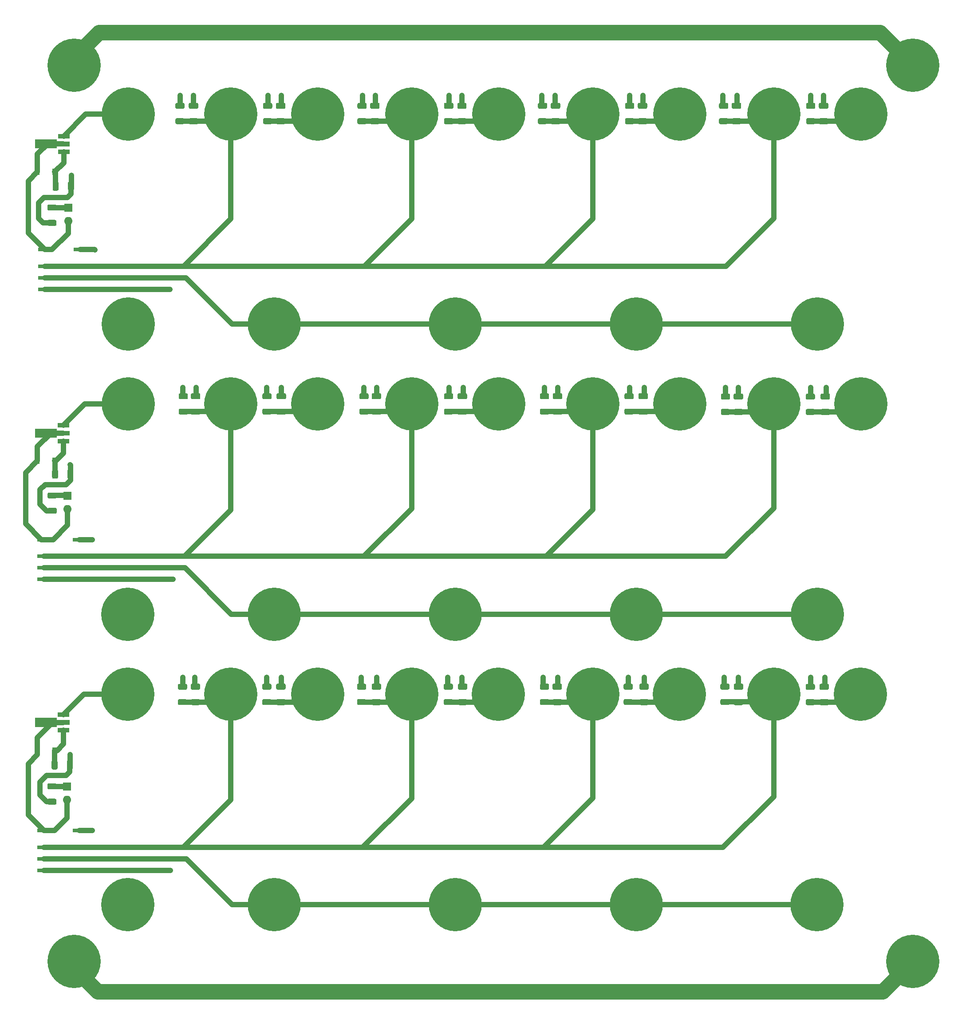
<source format=gbr>
%TF.GenerationSoftware,KiCad,Pcbnew,(5.1.9)-1*%
%TF.CreationDate,2021-07-24T23:41:22+02:00*%
%TF.ProjectId,RelayControls-HPK,52656c61-7943-46f6-9e74-726f6c732d48,V0.1*%
%TF.SameCoordinates,Original*%
%TF.FileFunction,Copper,L1,Top*%
%TF.FilePolarity,Positive*%
%FSLAX46Y46*%
G04 Gerber Fmt 4.6, Leading zero omitted, Abs format (unit mm)*
G04 Created by KiCad (PCBNEW (5.1.9)-1) date 2021-07-24 23:41:22*
%MOMM*%
%LPD*%
G01*
G04 APERTURE LIST*
%TA.AperFunction,SMDPad,CuDef*%
%ADD10R,0.900000X1.200000*%
%TD*%
%TA.AperFunction,ComponentPad*%
%ADD11R,1.600000X1.600000*%
%TD*%
%TA.AperFunction,ComponentPad*%
%ADD12O,1.600000X1.600000*%
%TD*%
%TA.AperFunction,ComponentPad*%
%ADD13C,10.160000*%
%TD*%
%TA.AperFunction,SMDPad,CuDef*%
%ADD14R,2.660000X0.800000*%
%TD*%
%TA.AperFunction,SMDPad,CuDef*%
%ADD15C,0.100000*%
%TD*%
%TA.AperFunction,SMDPad,CuDef*%
%ADD16R,2.300000X0.900000*%
%TD*%
%TA.AperFunction,ViaPad*%
%ADD17C,0.800000*%
%TD*%
%TA.AperFunction,Conductor*%
%ADD18C,1.000000*%
%TD*%
%TA.AperFunction,Conductor*%
%ADD19C,3.000000*%
%TD*%
G04 APERTURE END LIST*
%TO.P,C1,2*%
%TO.N,R1-*%
%TA.AperFunction,SMDPad,CuDef*%
G36*
G01*
X120500001Y-37325000D02*
X119199999Y-37325000D01*
G75*
G02*
X118950000Y-37075001I0J249999D01*
G01*
X118950000Y-36424999D01*
G75*
G02*
X119199999Y-36175000I249999J0D01*
G01*
X120500001Y-36175000D01*
G75*
G02*
X120750000Y-36424999I0J-249999D01*
G01*
X120750000Y-37075001D01*
G75*
G02*
X120500001Y-37325000I-249999J0D01*
G01*
G37*
%TD.AperFunction*%
%TO.P,C1,1*%
%TO.N,NC1*%
%TA.AperFunction,SMDPad,CuDef*%
G36*
G01*
X120500001Y-40275000D02*
X119199999Y-40275000D01*
G75*
G02*
X118950000Y-40025001I0J249999D01*
G01*
X118950000Y-39374999D01*
G75*
G02*
X119199999Y-39125000I249999J0D01*
G01*
X120500001Y-39125000D01*
G75*
G02*
X120750000Y-39374999I0J-249999D01*
G01*
X120750000Y-40025001D01*
G75*
G02*
X120500001Y-40275000I-249999J0D01*
G01*
G37*
%TD.AperFunction*%
%TD*%
%TO.P,C2,1*%
%TO.N,NC1*%
%TA.AperFunction,SMDPad,CuDef*%
G36*
G01*
X51425001Y-40275000D02*
X50124999Y-40275000D01*
G75*
G02*
X49875000Y-40025001I0J249999D01*
G01*
X49875000Y-39374999D01*
G75*
G02*
X50124999Y-39125000I249999J0D01*
G01*
X51425001Y-39125000D01*
G75*
G02*
X51675000Y-39374999I0J-249999D01*
G01*
X51675000Y-40025001D01*
G75*
G02*
X51425001Y-40275000I-249999J0D01*
G01*
G37*
%TD.AperFunction*%
%TO.P,C2,2*%
%TO.N,R1-*%
%TA.AperFunction,SMDPad,CuDef*%
G36*
G01*
X51425001Y-37325000D02*
X50124999Y-37325000D01*
G75*
G02*
X49875000Y-37075001I0J249999D01*
G01*
X49875000Y-36424999D01*
G75*
G02*
X50124999Y-36175000I249999J0D01*
G01*
X51425001Y-36175000D01*
G75*
G02*
X51675000Y-36424999I0J-249999D01*
G01*
X51675000Y-37075001D01*
G75*
G02*
X51425001Y-37325000I-249999J0D01*
G01*
G37*
%TD.AperFunction*%
%TD*%
%TO.P,C3,2*%
%TO.N,R1-*%
%TA.AperFunction,SMDPad,CuDef*%
G36*
G01*
X86025001Y-37325000D02*
X84724999Y-37325000D01*
G75*
G02*
X84475000Y-37075001I0J249999D01*
G01*
X84475000Y-36424999D01*
G75*
G02*
X84724999Y-36175000I249999J0D01*
G01*
X86025001Y-36175000D01*
G75*
G02*
X86275000Y-36424999I0J-249999D01*
G01*
X86275000Y-37075001D01*
G75*
G02*
X86025001Y-37325000I-249999J0D01*
G01*
G37*
%TD.AperFunction*%
%TO.P,C3,1*%
%TO.N,NC1*%
%TA.AperFunction,SMDPad,CuDef*%
G36*
G01*
X86025001Y-40275000D02*
X84724999Y-40275000D01*
G75*
G02*
X84475000Y-40025001I0J249999D01*
G01*
X84475000Y-39374999D01*
G75*
G02*
X84724999Y-39125000I249999J0D01*
G01*
X86025001Y-39125000D01*
G75*
G02*
X86275000Y-39374999I0J-249999D01*
G01*
X86275000Y-40025001D01*
G75*
G02*
X86025001Y-40275000I-249999J0D01*
G01*
G37*
%TD.AperFunction*%
%TD*%
%TO.P,C4,2*%
%TO.N,R1-*%
%TA.AperFunction,SMDPad,CuDef*%
G36*
G01*
X155025001Y-37325000D02*
X153724999Y-37325000D01*
G75*
G02*
X153475000Y-37075001I0J249999D01*
G01*
X153475000Y-36424999D01*
G75*
G02*
X153724999Y-36175000I249999J0D01*
G01*
X155025001Y-36175000D01*
G75*
G02*
X155275000Y-36424999I0J-249999D01*
G01*
X155275000Y-37075001D01*
G75*
G02*
X155025001Y-37325000I-249999J0D01*
G01*
G37*
%TD.AperFunction*%
%TO.P,C4,1*%
%TO.N,NC1*%
%TA.AperFunction,SMDPad,CuDef*%
G36*
G01*
X155025001Y-40275000D02*
X153724999Y-40275000D01*
G75*
G02*
X153475000Y-40025001I0J249999D01*
G01*
X153475000Y-39374999D01*
G75*
G02*
X153724999Y-39125000I249999J0D01*
G01*
X155025001Y-39125000D01*
G75*
G02*
X155275000Y-39374999I0J-249999D01*
G01*
X155275000Y-40025001D01*
G75*
G02*
X155025001Y-40275000I-249999J0D01*
G01*
G37*
%TD.AperFunction*%
%TD*%
%TO.P,C5,2*%
%TO.N,NO1*%
%TA.AperFunction,SMDPad,CuDef*%
G36*
G01*
X135799999Y-39125000D02*
X137100001Y-39125000D01*
G75*
G02*
X137350000Y-39374999I0J-249999D01*
G01*
X137350000Y-40025001D01*
G75*
G02*
X137100001Y-40275000I-249999J0D01*
G01*
X135799999Y-40275000D01*
G75*
G02*
X135550000Y-40025001I0J249999D01*
G01*
X135550000Y-39374999D01*
G75*
G02*
X135799999Y-39125000I249999J0D01*
G01*
G37*
%TD.AperFunction*%
%TO.P,C5,1*%
%TO.N,R1-*%
%TA.AperFunction,SMDPad,CuDef*%
G36*
G01*
X135799999Y-36175000D02*
X137100001Y-36175000D01*
G75*
G02*
X137350000Y-36424999I0J-249999D01*
G01*
X137350000Y-37075001D01*
G75*
G02*
X137100001Y-37325000I-249999J0D01*
G01*
X135799999Y-37325000D01*
G75*
G02*
X135550000Y-37075001I0J249999D01*
G01*
X135550000Y-36424999D01*
G75*
G02*
X135799999Y-36175000I249999J0D01*
G01*
G37*
%TD.AperFunction*%
%TD*%
%TO.P,C6,1*%
%TO.N,R1-*%
%TA.AperFunction,SMDPad,CuDef*%
G36*
G01*
X66749999Y-36175000D02*
X68050001Y-36175000D01*
G75*
G02*
X68300000Y-36424999I0J-249999D01*
G01*
X68300000Y-37075001D01*
G75*
G02*
X68050001Y-37325000I-249999J0D01*
G01*
X66749999Y-37325000D01*
G75*
G02*
X66500000Y-37075001I0J249999D01*
G01*
X66500000Y-36424999D01*
G75*
G02*
X66749999Y-36175000I249999J0D01*
G01*
G37*
%TD.AperFunction*%
%TO.P,C6,2*%
%TO.N,NO1*%
%TA.AperFunction,SMDPad,CuDef*%
G36*
G01*
X66749999Y-39125000D02*
X68050001Y-39125000D01*
G75*
G02*
X68300000Y-39374999I0J-249999D01*
G01*
X68300000Y-40025001D01*
G75*
G02*
X68050001Y-40275000I-249999J0D01*
G01*
X66749999Y-40275000D01*
G75*
G02*
X66500000Y-40025001I0J249999D01*
G01*
X66500000Y-39374999D01*
G75*
G02*
X66749999Y-39125000I249999J0D01*
G01*
G37*
%TD.AperFunction*%
%TD*%
%TO.P,C7,2*%
%TO.N,NO1*%
%TA.AperFunction,SMDPad,CuDef*%
G36*
G01*
X98819999Y-39125000D02*
X100120001Y-39125000D01*
G75*
G02*
X100370000Y-39374999I0J-249999D01*
G01*
X100370000Y-40025001D01*
G75*
G02*
X100120001Y-40275000I-249999J0D01*
G01*
X98819999Y-40275000D01*
G75*
G02*
X98570000Y-40025001I0J249999D01*
G01*
X98570000Y-39374999D01*
G75*
G02*
X98819999Y-39125000I249999J0D01*
G01*
G37*
%TD.AperFunction*%
%TO.P,C7,1*%
%TO.N,R1-*%
%TA.AperFunction,SMDPad,CuDef*%
G36*
G01*
X98819999Y-36175000D02*
X100120001Y-36175000D01*
G75*
G02*
X100370000Y-36424999I0J-249999D01*
G01*
X100370000Y-37075001D01*
G75*
G02*
X100120001Y-37325000I-249999J0D01*
G01*
X98819999Y-37325000D01*
G75*
G02*
X98570000Y-37075001I0J249999D01*
G01*
X98570000Y-36424999D01*
G75*
G02*
X98819999Y-36175000I249999J0D01*
G01*
G37*
%TD.AperFunction*%
%TD*%
%TO.P,C8,1*%
%TO.N,R1-*%
%TA.AperFunction,SMDPad,CuDef*%
G36*
G01*
X170349999Y-36175000D02*
X171650001Y-36175000D01*
G75*
G02*
X171900000Y-36424999I0J-249999D01*
G01*
X171900000Y-37075001D01*
G75*
G02*
X171650001Y-37325000I-249999J0D01*
G01*
X170349999Y-37325000D01*
G75*
G02*
X170100000Y-37075001I0J249999D01*
G01*
X170100000Y-36424999D01*
G75*
G02*
X170349999Y-36175000I249999J0D01*
G01*
G37*
%TD.AperFunction*%
%TO.P,C8,2*%
%TO.N,NO1*%
%TA.AperFunction,SMDPad,CuDef*%
G36*
G01*
X170349999Y-39125000D02*
X171650001Y-39125000D01*
G75*
G02*
X171900000Y-39374999I0J-249999D01*
G01*
X171900000Y-40025001D01*
G75*
G02*
X171650001Y-40275000I-249999J0D01*
G01*
X170349999Y-40275000D01*
G75*
G02*
X170100000Y-40025001I0J249999D01*
G01*
X170100000Y-39374999D01*
G75*
G02*
X170349999Y-39125000I249999J0D01*
G01*
G37*
%TD.AperFunction*%
%TD*%
%TO.P,C9,2*%
%TO.N,R2-*%
%TA.AperFunction,SMDPad,CuDef*%
G36*
G01*
X120875001Y-92725000D02*
X119574999Y-92725000D01*
G75*
G02*
X119325000Y-92475001I0J249999D01*
G01*
X119325000Y-91824999D01*
G75*
G02*
X119574999Y-91575000I249999J0D01*
G01*
X120875001Y-91575000D01*
G75*
G02*
X121125000Y-91824999I0J-249999D01*
G01*
X121125000Y-92475001D01*
G75*
G02*
X120875001Y-92725000I-249999J0D01*
G01*
G37*
%TD.AperFunction*%
%TO.P,C9,1*%
%TO.N,NC2*%
%TA.AperFunction,SMDPad,CuDef*%
G36*
G01*
X120875001Y-95675000D02*
X119574999Y-95675000D01*
G75*
G02*
X119325000Y-95425001I0J249999D01*
G01*
X119325000Y-94774999D01*
G75*
G02*
X119574999Y-94525000I249999J0D01*
G01*
X120875001Y-94525000D01*
G75*
G02*
X121125000Y-94774999I0J-249999D01*
G01*
X121125000Y-95425001D01*
G75*
G02*
X120875001Y-95675000I-249999J0D01*
G01*
G37*
%TD.AperFunction*%
%TD*%
%TO.P,C10,1*%
%TO.N,NC2*%
%TA.AperFunction,SMDPad,CuDef*%
G36*
G01*
X51825001Y-95675000D02*
X50524999Y-95675000D01*
G75*
G02*
X50275000Y-95425001I0J249999D01*
G01*
X50275000Y-94774999D01*
G75*
G02*
X50524999Y-94525000I249999J0D01*
G01*
X51825001Y-94525000D01*
G75*
G02*
X52075000Y-94774999I0J-249999D01*
G01*
X52075000Y-95425001D01*
G75*
G02*
X51825001Y-95675000I-249999J0D01*
G01*
G37*
%TD.AperFunction*%
%TO.P,C10,2*%
%TO.N,R2-*%
%TA.AperFunction,SMDPad,CuDef*%
G36*
G01*
X51825001Y-92725000D02*
X50524999Y-92725000D01*
G75*
G02*
X50275000Y-92475001I0J249999D01*
G01*
X50275000Y-91824999D01*
G75*
G02*
X50524999Y-91575000I249999J0D01*
G01*
X51825001Y-91575000D01*
G75*
G02*
X52075000Y-91824999I0J-249999D01*
G01*
X52075000Y-92475001D01*
G75*
G02*
X51825001Y-92725000I-249999J0D01*
G01*
G37*
%TD.AperFunction*%
%TD*%
%TO.P,C11,1*%
%TO.N,NC2*%
%TA.AperFunction,SMDPad,CuDef*%
G36*
G01*
X86325001Y-95675000D02*
X85024999Y-95675000D01*
G75*
G02*
X84775000Y-95425001I0J249999D01*
G01*
X84775000Y-94774999D01*
G75*
G02*
X85024999Y-94525000I249999J0D01*
G01*
X86325001Y-94525000D01*
G75*
G02*
X86575000Y-94774999I0J-249999D01*
G01*
X86575000Y-95425001D01*
G75*
G02*
X86325001Y-95675000I-249999J0D01*
G01*
G37*
%TD.AperFunction*%
%TO.P,C11,2*%
%TO.N,R2-*%
%TA.AperFunction,SMDPad,CuDef*%
G36*
G01*
X86325001Y-92725000D02*
X85024999Y-92725000D01*
G75*
G02*
X84775000Y-92475001I0J249999D01*
G01*
X84775000Y-91824999D01*
G75*
G02*
X85024999Y-91575000I249999J0D01*
G01*
X86325001Y-91575000D01*
G75*
G02*
X86575000Y-91824999I0J-249999D01*
G01*
X86575000Y-92475001D01*
G75*
G02*
X86325001Y-92725000I-249999J0D01*
G01*
G37*
%TD.AperFunction*%
%TD*%
%TO.P,C12,2*%
%TO.N,R2-*%
%TA.AperFunction,SMDPad,CuDef*%
G36*
G01*
X155390001Y-92790000D02*
X154089999Y-92790000D01*
G75*
G02*
X153840000Y-92540001I0J249999D01*
G01*
X153840000Y-91889999D01*
G75*
G02*
X154089999Y-91640000I249999J0D01*
G01*
X155390001Y-91640000D01*
G75*
G02*
X155640000Y-91889999I0J-249999D01*
G01*
X155640000Y-92540001D01*
G75*
G02*
X155390001Y-92790000I-249999J0D01*
G01*
G37*
%TD.AperFunction*%
%TO.P,C12,1*%
%TO.N,NC2*%
%TA.AperFunction,SMDPad,CuDef*%
G36*
G01*
X155390001Y-95740000D02*
X154089999Y-95740000D01*
G75*
G02*
X153840000Y-95490001I0J249999D01*
G01*
X153840000Y-94839999D01*
G75*
G02*
X154089999Y-94590000I249999J0D01*
G01*
X155390001Y-94590000D01*
G75*
G02*
X155640000Y-94839999I0J-249999D01*
G01*
X155640000Y-95490001D01*
G75*
G02*
X155390001Y-95740000I-249999J0D01*
G01*
G37*
%TD.AperFunction*%
%TD*%
%TO.P,C13,1*%
%TO.N,R2-*%
%TA.AperFunction,SMDPad,CuDef*%
G36*
G01*
X135924999Y-91575000D02*
X137225001Y-91575000D01*
G75*
G02*
X137475000Y-91824999I0J-249999D01*
G01*
X137475000Y-92475001D01*
G75*
G02*
X137225001Y-92725000I-249999J0D01*
G01*
X135924999Y-92725000D01*
G75*
G02*
X135675000Y-92475001I0J249999D01*
G01*
X135675000Y-91824999D01*
G75*
G02*
X135924999Y-91575000I249999J0D01*
G01*
G37*
%TD.AperFunction*%
%TO.P,C13,2*%
%TO.N,NO2*%
%TA.AperFunction,SMDPad,CuDef*%
G36*
G01*
X135924999Y-94525000D02*
X137225001Y-94525000D01*
G75*
G02*
X137475000Y-94774999I0J-249999D01*
G01*
X137475000Y-95425001D01*
G75*
G02*
X137225001Y-95675000I-249999J0D01*
G01*
X135924999Y-95675000D01*
G75*
G02*
X135675000Y-95425001I0J249999D01*
G01*
X135675000Y-94774999D01*
G75*
G02*
X135924999Y-94525000I249999J0D01*
G01*
G37*
%TD.AperFunction*%
%TD*%
%TO.P,C14,1*%
%TO.N,R2-*%
%TA.AperFunction,SMDPad,CuDef*%
G36*
G01*
X66874999Y-91575000D02*
X68175001Y-91575000D01*
G75*
G02*
X68425000Y-91824999I0J-249999D01*
G01*
X68425000Y-92475001D01*
G75*
G02*
X68175001Y-92725000I-249999J0D01*
G01*
X66874999Y-92725000D01*
G75*
G02*
X66625000Y-92475001I0J249999D01*
G01*
X66625000Y-91824999D01*
G75*
G02*
X66874999Y-91575000I249999J0D01*
G01*
G37*
%TD.AperFunction*%
%TO.P,C14,2*%
%TO.N,NO2*%
%TA.AperFunction,SMDPad,CuDef*%
G36*
G01*
X66874999Y-94525000D02*
X68175001Y-94525000D01*
G75*
G02*
X68425000Y-94774999I0J-249999D01*
G01*
X68425000Y-95425001D01*
G75*
G02*
X68175001Y-95675000I-249999J0D01*
G01*
X66874999Y-95675000D01*
G75*
G02*
X66625000Y-95425001I0J249999D01*
G01*
X66625000Y-94774999D01*
G75*
G02*
X66874999Y-94525000I249999J0D01*
G01*
G37*
%TD.AperFunction*%
%TD*%
%TO.P,C15,1*%
%TO.N,R2-*%
%TA.AperFunction,SMDPad,CuDef*%
G36*
G01*
X101424999Y-91575000D02*
X102725001Y-91575000D01*
G75*
G02*
X102975000Y-91824999I0J-249999D01*
G01*
X102975000Y-92475001D01*
G75*
G02*
X102725001Y-92725000I-249999J0D01*
G01*
X101424999Y-92725000D01*
G75*
G02*
X101175000Y-92475001I0J249999D01*
G01*
X101175000Y-91824999D01*
G75*
G02*
X101424999Y-91575000I249999J0D01*
G01*
G37*
%TD.AperFunction*%
%TO.P,C15,2*%
%TO.N,NO2*%
%TA.AperFunction,SMDPad,CuDef*%
G36*
G01*
X101424999Y-94525000D02*
X102725001Y-94525000D01*
G75*
G02*
X102975000Y-94774999I0J-249999D01*
G01*
X102975000Y-95425001D01*
G75*
G02*
X102725001Y-95675000I-249999J0D01*
G01*
X101424999Y-95675000D01*
G75*
G02*
X101175000Y-95425001I0J249999D01*
G01*
X101175000Y-94774999D01*
G75*
G02*
X101424999Y-94525000I249999J0D01*
G01*
G37*
%TD.AperFunction*%
%TD*%
%TO.P,C16,1*%
%TO.N,R2-*%
%TA.AperFunction,SMDPad,CuDef*%
G36*
G01*
X170669999Y-91640000D02*
X171970001Y-91640000D01*
G75*
G02*
X172220000Y-91889999I0J-249999D01*
G01*
X172220000Y-92540001D01*
G75*
G02*
X171970001Y-92790000I-249999J0D01*
G01*
X170669999Y-92790000D01*
G75*
G02*
X170420000Y-92540001I0J249999D01*
G01*
X170420000Y-91889999D01*
G75*
G02*
X170669999Y-91640000I249999J0D01*
G01*
G37*
%TD.AperFunction*%
%TO.P,C16,2*%
%TO.N,NO2*%
%TA.AperFunction,SMDPad,CuDef*%
G36*
G01*
X170669999Y-94590000D02*
X171970001Y-94590000D01*
G75*
G02*
X172220000Y-94839999I0J-249999D01*
G01*
X172220000Y-95490001D01*
G75*
G02*
X171970001Y-95740000I-249999J0D01*
G01*
X170669999Y-95740000D01*
G75*
G02*
X170420000Y-95490001I0J249999D01*
G01*
X170420000Y-94839999D01*
G75*
G02*
X170669999Y-94590000I249999J0D01*
G01*
G37*
%TD.AperFunction*%
%TD*%
%TO.P,C17,1*%
%TO.N,NC3*%
%TA.AperFunction,SMDPad,CuDef*%
G36*
G01*
X120825001Y-151075000D02*
X119524999Y-151075000D01*
G75*
G02*
X119275000Y-150825001I0J249999D01*
G01*
X119275000Y-150174999D01*
G75*
G02*
X119524999Y-149925000I249999J0D01*
G01*
X120825001Y-149925000D01*
G75*
G02*
X121075000Y-150174999I0J-249999D01*
G01*
X121075000Y-150825001D01*
G75*
G02*
X120825001Y-151075000I-249999J0D01*
G01*
G37*
%TD.AperFunction*%
%TO.P,C17,2*%
%TO.N,R3-*%
%TA.AperFunction,SMDPad,CuDef*%
G36*
G01*
X120825001Y-148125000D02*
X119524999Y-148125000D01*
G75*
G02*
X119275000Y-147875001I0J249999D01*
G01*
X119275000Y-147224999D01*
G75*
G02*
X119524999Y-146975000I249999J0D01*
G01*
X120825001Y-146975000D01*
G75*
G02*
X121075000Y-147224999I0J-249999D01*
G01*
X121075000Y-147875001D01*
G75*
G02*
X120825001Y-148125000I-249999J0D01*
G01*
G37*
%TD.AperFunction*%
%TD*%
%TO.P,C18,2*%
%TO.N,R3-*%
%TA.AperFunction,SMDPad,CuDef*%
G36*
G01*
X51800001Y-148125000D02*
X50499999Y-148125000D01*
G75*
G02*
X50250000Y-147875001I0J249999D01*
G01*
X50250000Y-147224999D01*
G75*
G02*
X50499999Y-146975000I249999J0D01*
G01*
X51800001Y-146975000D01*
G75*
G02*
X52050000Y-147224999I0J-249999D01*
G01*
X52050000Y-147875001D01*
G75*
G02*
X51800001Y-148125000I-249999J0D01*
G01*
G37*
%TD.AperFunction*%
%TO.P,C18,1*%
%TO.N,NC3*%
%TA.AperFunction,SMDPad,CuDef*%
G36*
G01*
X51800001Y-151075000D02*
X50499999Y-151075000D01*
G75*
G02*
X50250000Y-150825001I0J249999D01*
G01*
X50250000Y-150174999D01*
G75*
G02*
X50499999Y-149925000I249999J0D01*
G01*
X51800001Y-149925000D01*
G75*
G02*
X52050000Y-150174999I0J-249999D01*
G01*
X52050000Y-150825001D01*
G75*
G02*
X51800001Y-151075000I-249999J0D01*
G01*
G37*
%TD.AperFunction*%
%TD*%
%TO.P,C19,2*%
%TO.N,R3-*%
%TA.AperFunction,SMDPad,CuDef*%
G36*
G01*
X86325001Y-148125000D02*
X85024999Y-148125000D01*
G75*
G02*
X84775000Y-147875001I0J249999D01*
G01*
X84775000Y-147224999D01*
G75*
G02*
X85024999Y-146975000I249999J0D01*
G01*
X86325001Y-146975000D01*
G75*
G02*
X86575000Y-147224999I0J-249999D01*
G01*
X86575000Y-147875001D01*
G75*
G02*
X86325001Y-148125000I-249999J0D01*
G01*
G37*
%TD.AperFunction*%
%TO.P,C19,1*%
%TO.N,NC3*%
%TA.AperFunction,SMDPad,CuDef*%
G36*
G01*
X86325001Y-151075000D02*
X85024999Y-151075000D01*
G75*
G02*
X84775000Y-150825001I0J249999D01*
G01*
X84775000Y-150174999D01*
G75*
G02*
X85024999Y-149925000I249999J0D01*
G01*
X86325001Y-149925000D01*
G75*
G02*
X86575000Y-150174999I0J-249999D01*
G01*
X86575000Y-150825001D01*
G75*
G02*
X86325001Y-151075000I-249999J0D01*
G01*
G37*
%TD.AperFunction*%
%TD*%
%TO.P,C20,1*%
%TO.N,NC3*%
%TA.AperFunction,SMDPad,CuDef*%
G36*
G01*
X155410001Y-151075000D02*
X154109999Y-151075000D01*
G75*
G02*
X153860000Y-150825001I0J249999D01*
G01*
X153860000Y-150174999D01*
G75*
G02*
X154109999Y-149925000I249999J0D01*
G01*
X155410001Y-149925000D01*
G75*
G02*
X155660000Y-150174999I0J-249999D01*
G01*
X155660000Y-150825001D01*
G75*
G02*
X155410001Y-151075000I-249999J0D01*
G01*
G37*
%TD.AperFunction*%
%TO.P,C20,2*%
%TO.N,R3-*%
%TA.AperFunction,SMDPad,CuDef*%
G36*
G01*
X155410001Y-148125000D02*
X154109999Y-148125000D01*
G75*
G02*
X153860000Y-147875001I0J249999D01*
G01*
X153860000Y-147224999D01*
G75*
G02*
X154109999Y-146975000I249999J0D01*
G01*
X155410001Y-146975000D01*
G75*
G02*
X155660000Y-147224999I0J-249999D01*
G01*
X155660000Y-147875001D01*
G75*
G02*
X155410001Y-148125000I-249999J0D01*
G01*
G37*
%TD.AperFunction*%
%TD*%
%TO.P,C21,2*%
%TO.N,NO3*%
%TA.AperFunction,SMDPad,CuDef*%
G36*
G01*
X136099999Y-149925000D02*
X137400001Y-149925000D01*
G75*
G02*
X137650000Y-150174999I0J-249999D01*
G01*
X137650000Y-150825001D01*
G75*
G02*
X137400001Y-151075000I-249999J0D01*
G01*
X136099999Y-151075000D01*
G75*
G02*
X135850000Y-150825001I0J249999D01*
G01*
X135850000Y-150174999D01*
G75*
G02*
X136099999Y-149925000I249999J0D01*
G01*
G37*
%TD.AperFunction*%
%TO.P,C21,1*%
%TO.N,R3-*%
%TA.AperFunction,SMDPad,CuDef*%
G36*
G01*
X136099999Y-146975000D02*
X137400001Y-146975000D01*
G75*
G02*
X137650000Y-147224999I0J-249999D01*
G01*
X137650000Y-147875001D01*
G75*
G02*
X137400001Y-148125000I-249999J0D01*
G01*
X136099999Y-148125000D01*
G75*
G02*
X135850000Y-147875001I0J249999D01*
G01*
X135850000Y-147224999D01*
G75*
G02*
X136099999Y-146975000I249999J0D01*
G01*
G37*
%TD.AperFunction*%
%TD*%
%TO.P,C22,2*%
%TO.N,NO3*%
%TA.AperFunction,SMDPad,CuDef*%
G36*
G01*
X66799999Y-149925000D02*
X68100001Y-149925000D01*
G75*
G02*
X68350000Y-150174999I0J-249999D01*
G01*
X68350000Y-150825001D01*
G75*
G02*
X68100001Y-151075000I-249999J0D01*
G01*
X66799999Y-151075000D01*
G75*
G02*
X66550000Y-150825001I0J249999D01*
G01*
X66550000Y-150174999D01*
G75*
G02*
X66799999Y-149925000I249999J0D01*
G01*
G37*
%TD.AperFunction*%
%TO.P,C22,1*%
%TO.N,R3-*%
%TA.AperFunction,SMDPad,CuDef*%
G36*
G01*
X66799999Y-146975000D02*
X68100001Y-146975000D01*
G75*
G02*
X68350000Y-147224999I0J-249999D01*
G01*
X68350000Y-147875001D01*
G75*
G02*
X68100001Y-148125000I-249999J0D01*
G01*
X66799999Y-148125000D01*
G75*
G02*
X66550000Y-147875001I0J249999D01*
G01*
X66550000Y-147224999D01*
G75*
G02*
X66799999Y-146975000I249999J0D01*
G01*
G37*
%TD.AperFunction*%
%TD*%
%TO.P,C23,1*%
%TO.N,R3-*%
%TA.AperFunction,SMDPad,CuDef*%
G36*
G01*
X101474999Y-146975000D02*
X102775001Y-146975000D01*
G75*
G02*
X103025000Y-147224999I0J-249999D01*
G01*
X103025000Y-147875001D01*
G75*
G02*
X102775001Y-148125000I-249999J0D01*
G01*
X101474999Y-148125000D01*
G75*
G02*
X101225000Y-147875001I0J249999D01*
G01*
X101225000Y-147224999D01*
G75*
G02*
X101474999Y-146975000I249999J0D01*
G01*
G37*
%TD.AperFunction*%
%TO.P,C23,2*%
%TO.N,NO3*%
%TA.AperFunction,SMDPad,CuDef*%
G36*
G01*
X101474999Y-149925000D02*
X102775001Y-149925000D01*
G75*
G02*
X103025000Y-150174999I0J-249999D01*
G01*
X103025000Y-150825001D01*
G75*
G02*
X102775001Y-151075000I-249999J0D01*
G01*
X101474999Y-151075000D01*
G75*
G02*
X101225000Y-150825001I0J249999D01*
G01*
X101225000Y-150174999D01*
G75*
G02*
X101474999Y-149925000I249999J0D01*
G01*
G37*
%TD.AperFunction*%
%TD*%
%TO.P,C24,2*%
%TO.N,NO3*%
%TA.AperFunction,SMDPad,CuDef*%
G36*
G01*
X170459999Y-149950000D02*
X171760001Y-149950000D01*
G75*
G02*
X172010000Y-150199999I0J-249999D01*
G01*
X172010000Y-150850001D01*
G75*
G02*
X171760001Y-151100000I-249999J0D01*
G01*
X170459999Y-151100000D01*
G75*
G02*
X170210000Y-150850001I0J249999D01*
G01*
X170210000Y-150199999D01*
G75*
G02*
X170459999Y-149950000I249999J0D01*
G01*
G37*
%TD.AperFunction*%
%TO.P,C24,1*%
%TO.N,R3-*%
%TA.AperFunction,SMDPad,CuDef*%
G36*
G01*
X170459999Y-147000000D02*
X171760001Y-147000000D01*
G75*
G02*
X172010000Y-147249999I0J-249999D01*
G01*
X172010000Y-147900001D01*
G75*
G02*
X171760001Y-148150000I-249999J0D01*
G01*
X170459999Y-148150000D01*
G75*
G02*
X170210000Y-147900001I0J249999D01*
G01*
X170210000Y-147249999D01*
G75*
G02*
X170459999Y-147000000I249999J0D01*
G01*
G37*
%TD.AperFunction*%
%TD*%
D10*
%TO.P,D1,2*%
%TO.N,Net-(D1-Pad2)*%
X24305001Y-49325000D03*
%TO.P,D1,1*%
%TO.N,R1+*%
X21005001Y-49325000D03*
%TD*%
D11*
%TO.P,D2,1*%
%TO.N,Net-(D2-Pad1)*%
X26850000Y-56200000D03*
D12*
%TO.P,D2,2*%
%TO.N,R1+*%
X26850000Y-58740000D03*
%TD*%
D10*
%TO.P,D3,1*%
%TO.N,R2+*%
X20999999Y-104500000D03*
%TO.P,D3,2*%
%TO.N,Net-(D3-Pad2)*%
X24299999Y-104500000D03*
%TD*%
D12*
%TO.P,D4,2*%
%TO.N,R2+*%
X26743629Y-113665000D03*
D11*
%TO.P,D4,1*%
%TO.N,Net-(D4-Pad1)*%
X26743629Y-111125000D03*
%TD*%
D10*
%TO.P,D5,1*%
%TO.N,R3+*%
X21000000Y-159750000D03*
%TO.P,D5,2*%
%TO.N,Net-(D5-Pad2)*%
X24300000Y-159750000D03*
%TD*%
D11*
%TO.P,D6,1*%
%TO.N,Net-(D6-Pad1)*%
X26638629Y-166600000D03*
D12*
%TO.P,D6,2*%
%TO.N,R3+*%
X26638629Y-169140000D03*
%TD*%
D13*
%TO.P,RED,1*%
%TO.N,Net-(J1-Pad1)*%
X28000000Y-29000000D03*
%TD*%
%TO.P,BLACK,1*%
%TO.N,Net-(J2-Pad1)*%
X188000000Y-200000000D03*
%TD*%
%TO.P,BLACK,1*%
%TO.N,R1-*%
X38300000Y-78350000D03*
%TD*%
%TO.P,BLACK,1*%
%TO.N,COM1*%
X66200000Y-78350000D03*
%TD*%
%TO.P,BLACK,1*%
%TO.N,COM1*%
X135250000Y-78375000D03*
%TD*%
%TO.P,BLACK,1*%
%TO.N,COM1*%
X100750000Y-78350000D03*
%TD*%
%TO.P,BLACK,1*%
%TO.N,COM1*%
X169775000Y-78375000D03*
%TD*%
%TO.P,RED,1*%
%TO.N,Net-(J8-Pad1)*%
X38300000Y-38350000D03*
%TD*%
%TO.P,BLACK,1*%
%TO.N,NO1*%
X74475000Y-38350000D03*
%TD*%
%TO.P,BLACK,1*%
%TO.N,NC1*%
X57900000Y-38350000D03*
%TD*%
%TO.P,BLACK,1*%
%TO.N,NO1*%
X143525000Y-38355000D03*
%TD*%
%TO.P,BLACK,1*%
%TO.N,NC1*%
X126970000Y-38355000D03*
%TD*%
%TO.P,BLACK,1*%
%TO.N,NO1*%
X109040000Y-38355000D03*
%TD*%
%TO.P,BLACK,1*%
%TO.N,NC1*%
X92445000Y-38355000D03*
%TD*%
%TO.P,BLACK,1*%
%TO.N,NO1*%
X178070000Y-38350000D03*
%TD*%
%TO.P,BLACK,1*%
%TO.N,NC1*%
X161495000Y-38350000D03*
%TD*%
%TO.P,BLACK,1*%
%TO.N,R2-*%
X38275000Y-133750000D03*
%TD*%
%TO.P,BLACK,1*%
%TO.N,COM2*%
X135252500Y-133750000D03*
%TD*%
%TO.P,BLACK,1*%
%TO.N,COM2*%
X66182500Y-133750000D03*
%TD*%
%TO.P,BLACK,1*%
%TO.N,COM2*%
X100700000Y-133750000D03*
%TD*%
%TO.P,BLACK,1*%
%TO.N,COM2*%
X169777500Y-133750000D03*
%TD*%
%TO.P,RED,1*%
%TO.N,Net-(J22-Pad1)*%
X38300000Y-93645000D03*
%TD*%
%TO.P,BLACK,1*%
%TO.N,NO2*%
X143525000Y-93645000D03*
%TD*%
%TO.P,BLACK,1*%
%TO.N,NC2*%
X126970000Y-93645000D03*
%TD*%
%TO.P,BLACK,1*%
%TO.N,NO2*%
X74475000Y-93645000D03*
%TD*%
%TO.P,BLACK,1*%
%TO.N,NC2*%
X57900000Y-93645000D03*
%TD*%
%TO.P,BLACK,1*%
%TO.N,NO2*%
X109000000Y-93645000D03*
%TD*%
%TO.P,BLACK,1*%
%TO.N,NC2*%
X92425000Y-93645000D03*
%TD*%
%TO.P,BLACK,1*%
%TO.N,NO2*%
X178070000Y-93645000D03*
%TD*%
%TO.P,BLACK,1*%
%TO.N,NC2*%
X161495000Y-93645000D03*
%TD*%
%TO.P,BLACK,1*%
%TO.N,R3-*%
X38275000Y-189155000D03*
%TD*%
%TO.P,BLACK,1*%
%TO.N,COM3*%
X135227500Y-189155000D03*
%TD*%
%TO.P,BLACK,1*%
%TO.N,COM3*%
X66157500Y-189155000D03*
%TD*%
%TO.P,BLACK,1*%
%TO.N,COM3*%
X100682500Y-189155000D03*
%TD*%
%TO.P,BLACK,1*%
%TO.N,COM3*%
X169752500Y-189155000D03*
%TD*%
%TO.P,RED,1*%
%TO.N,Net-(J36-Pad1)*%
X38275000Y-149025000D03*
%TD*%
%TO.P,BLACK,1*%
%TO.N,NO3*%
X143500000Y-149025000D03*
%TD*%
%TO.P,BLACK,1*%
%TO.N,NC3*%
X126945000Y-149025000D03*
%TD*%
%TO.P,BLACK,1*%
%TO.N,NO3*%
X74450000Y-149025000D03*
%TD*%
%TO.P,BLACK,1*%
%TO.N,NC3*%
X57875000Y-149025000D03*
%TD*%
%TO.P,BLACK,1*%
%TO.N,NO3*%
X108975000Y-149000000D03*
%TD*%
%TO.P,BLACK,1*%
%TO.N,NC3*%
X92400000Y-149025000D03*
%TD*%
%TO.P,BLACK,1*%
%TO.N,NO3*%
X178045000Y-149025000D03*
%TD*%
%TO.P,BLACK,1*%
%TO.N,NC3*%
X161470000Y-149025000D03*
%TD*%
%TO.P,RED,1*%
%TO.N,Net-(J1-Pad1)*%
X188000000Y-29000000D03*
%TD*%
%TO.P,BLACK,1*%
%TO.N,Net-(J2-Pad1)*%
X28000000Y-200000000D03*
%TD*%
D14*
%TO.P,K1,1*%
%TO.N,R1+*%
X22410001Y-64154999D03*
%TO.P,K1,2*%
%TO.N,NC1*%
X22410001Y-67354999D03*
%TO.P,K1,3*%
%TO.N,COM1*%
X22410001Y-69554999D03*
%TO.P,K1,4*%
%TO.N,NO1*%
X22410001Y-71754999D03*
%TO.P,K1,5*%
X29150001Y-71754999D03*
%TO.P,K1,6*%
%TO.N,COM1*%
X29150001Y-69554999D03*
%TO.P,K1,7*%
%TO.N,NC1*%
X29150001Y-67354999D03*
%TO.P,K1,8*%
%TO.N,R1-*%
X29150001Y-64154999D03*
%TD*%
%TO.P,K2,1*%
%TO.N,R2+*%
X22260000Y-119500000D03*
%TO.P,K2,2*%
%TO.N,NC2*%
X22260000Y-122700000D03*
%TO.P,K2,3*%
%TO.N,COM2*%
X22260000Y-124900000D03*
%TO.P,K2,4*%
%TO.N,NO2*%
X22260000Y-127100000D03*
%TO.P,K2,5*%
X29000000Y-127100000D03*
%TO.P,K2,6*%
%TO.N,COM2*%
X29000000Y-124900000D03*
%TO.P,K2,7*%
%TO.N,NC2*%
X29000000Y-122700000D03*
%TO.P,K2,8*%
%TO.N,R2-*%
X29000000Y-119500000D03*
%TD*%
%TO.P,K3,8*%
%TO.N,R3-*%
X29000000Y-175000000D03*
%TO.P,K3,7*%
%TO.N,NC3*%
X29000000Y-178200000D03*
%TO.P,K3,6*%
%TO.N,COM3*%
X29000000Y-180400000D03*
%TO.P,K3,5*%
%TO.N,NO3*%
X29000000Y-182600000D03*
%TO.P,K3,4*%
X22260000Y-182600000D03*
%TO.P,K3,3*%
%TO.N,COM3*%
X22260000Y-180400000D03*
%TO.P,K3,2*%
%TO.N,NC3*%
X22260000Y-178200000D03*
%TO.P,K3,1*%
%TO.N,R3+*%
X22260000Y-175000000D03*
%TD*%
%TA.AperFunction,SMDPad,CuDef*%
D15*
%TO.P,Q1,2*%
%TO.N,R1+*%
G36*
X20555001Y-43158500D02*
G01*
X24680001Y-43158500D01*
X24680001Y-43575000D01*
X27155001Y-43575000D01*
X27155001Y-44475000D01*
X24680001Y-44475000D01*
X24680001Y-44891500D01*
X20555001Y-44891500D01*
X20555001Y-43158500D01*
G37*
%TD.AperFunction*%
D16*
%TO.P,Q1,3*%
%TO.N,Net-(J8-Pad1)*%
X26005001Y-42525000D03*
%TO.P,Q1,1*%
%TO.N,Net-(D1-Pad2)*%
X26005001Y-45525000D03*
%TD*%
%TO.P,Q2,1*%
%TO.N,Net-(D3-Pad2)*%
X25999999Y-100700000D03*
%TO.P,Q2,3*%
%TO.N,Net-(J22-Pad1)*%
X25999999Y-97700000D03*
%TA.AperFunction,SMDPad,CuDef*%
D15*
%TO.P,Q2,2*%
%TO.N,R2+*%
G36*
X20549999Y-98333500D02*
G01*
X24674999Y-98333500D01*
X24674999Y-98750000D01*
X27149999Y-98750000D01*
X27149999Y-99650000D01*
X24674999Y-99650000D01*
X24674999Y-100066500D01*
X20549999Y-100066500D01*
X20549999Y-98333500D01*
G37*
%TD.AperFunction*%
%TD*%
D16*
%TO.P,Q3,1*%
%TO.N,Net-(D5-Pad2)*%
X26000000Y-155875000D03*
%TO.P,Q3,3*%
%TO.N,Net-(J36-Pad1)*%
X26000000Y-152875000D03*
%TA.AperFunction,SMDPad,CuDef*%
D15*
%TO.P,Q3,2*%
%TO.N,R3+*%
G36*
X20550000Y-153508500D02*
G01*
X24675000Y-153508500D01*
X24675000Y-153925000D01*
X27150000Y-153925000D01*
X27150000Y-154825000D01*
X24675000Y-154825000D01*
X24675000Y-155241500D01*
X20550000Y-155241500D01*
X20550000Y-153508500D01*
G37*
%TD.AperFunction*%
%TD*%
%TO.P,R1,2*%
%TO.N,R1-*%
%TA.AperFunction,SMDPad,CuDef*%
G36*
G01*
X26831371Y-52700001D02*
X26831371Y-51449999D01*
G75*
G02*
X27081370Y-51200000I249999J0D01*
G01*
X27706372Y-51200000D01*
G75*
G02*
X27956371Y-51449999I0J-249999D01*
G01*
X27956371Y-52700001D01*
G75*
G02*
X27706372Y-52950000I-249999J0D01*
G01*
X27081370Y-52950000D01*
G75*
G02*
X26831371Y-52700001I0J249999D01*
G01*
G37*
%TD.AperFunction*%
%TO.P,R1,1*%
%TO.N,Net-(D1-Pad2)*%
%TA.AperFunction,SMDPad,CuDef*%
G36*
G01*
X23906371Y-52700001D02*
X23906371Y-51449999D01*
G75*
G02*
X24156370Y-51200000I249999J0D01*
G01*
X24781372Y-51200000D01*
G75*
G02*
X25031371Y-51449999I0J-249999D01*
G01*
X25031371Y-52700001D01*
G75*
G02*
X24781372Y-52950000I-249999J0D01*
G01*
X24156370Y-52950000D01*
G75*
G02*
X23906371Y-52700001I0J249999D01*
G01*
G37*
%TD.AperFunction*%
%TD*%
%TO.P,R2,2*%
%TO.N,NO1*%
%TA.AperFunction,SMDPad,CuDef*%
G36*
G01*
X64299999Y-39125000D02*
X65550001Y-39125000D01*
G75*
G02*
X65800000Y-39374999I0J-249999D01*
G01*
X65800000Y-40000001D01*
G75*
G02*
X65550001Y-40250000I-249999J0D01*
G01*
X64299999Y-40250000D01*
G75*
G02*
X64050000Y-40000001I0J249999D01*
G01*
X64050000Y-39374999D01*
G75*
G02*
X64299999Y-39125000I249999J0D01*
G01*
G37*
%TD.AperFunction*%
%TO.P,R2,1*%
%TO.N,R1-*%
%TA.AperFunction,SMDPad,CuDef*%
G36*
G01*
X64299999Y-36200000D02*
X65550001Y-36200000D01*
G75*
G02*
X65800000Y-36449999I0J-249999D01*
G01*
X65800000Y-37075001D01*
G75*
G02*
X65550001Y-37325000I-249999J0D01*
G01*
X64299999Y-37325000D01*
G75*
G02*
X64050000Y-37075001I0J249999D01*
G01*
X64050000Y-36449999D01*
G75*
G02*
X64299999Y-36200000I249999J0D01*
G01*
G37*
%TD.AperFunction*%
%TD*%
%TO.P,R3,1*%
%TO.N,NC1*%
%TA.AperFunction,SMDPad,CuDef*%
G36*
G01*
X118000001Y-40250000D02*
X116749999Y-40250000D01*
G75*
G02*
X116500000Y-40000001I0J249999D01*
G01*
X116500000Y-39374999D01*
G75*
G02*
X116749999Y-39125000I249999J0D01*
G01*
X118000001Y-39125000D01*
G75*
G02*
X118250000Y-39374999I0J-249999D01*
G01*
X118250000Y-40000001D01*
G75*
G02*
X118000001Y-40250000I-249999J0D01*
G01*
G37*
%TD.AperFunction*%
%TO.P,R3,2*%
%TO.N,R1-*%
%TA.AperFunction,SMDPad,CuDef*%
G36*
G01*
X118000001Y-37325000D02*
X116749999Y-37325000D01*
G75*
G02*
X116500000Y-37075001I0J249999D01*
G01*
X116500000Y-36449999D01*
G75*
G02*
X116749999Y-36200000I249999J0D01*
G01*
X118000001Y-36200000D01*
G75*
G02*
X118250000Y-36449999I0J-249999D01*
G01*
X118250000Y-37075001D01*
G75*
G02*
X118000001Y-37325000I-249999J0D01*
G01*
G37*
%TD.AperFunction*%
%TD*%
%TO.P,R4,2*%
%TO.N,R1-*%
%TA.AperFunction,SMDPad,CuDef*%
G36*
G01*
X48825001Y-37325000D02*
X47574999Y-37325000D01*
G75*
G02*
X47325000Y-37075001I0J249999D01*
G01*
X47325000Y-36449999D01*
G75*
G02*
X47574999Y-36200000I249999J0D01*
G01*
X48825001Y-36200000D01*
G75*
G02*
X49075000Y-36449999I0J-249999D01*
G01*
X49075000Y-37075001D01*
G75*
G02*
X48825001Y-37325000I-249999J0D01*
G01*
G37*
%TD.AperFunction*%
%TO.P,R4,1*%
%TO.N,NC1*%
%TA.AperFunction,SMDPad,CuDef*%
G36*
G01*
X48825001Y-40250000D02*
X47574999Y-40250000D01*
G75*
G02*
X47325000Y-40000001I0J249999D01*
G01*
X47325000Y-39374999D01*
G75*
G02*
X47574999Y-39125000I249999J0D01*
G01*
X48825001Y-39125000D01*
G75*
G02*
X49075000Y-39374999I0J-249999D01*
G01*
X49075000Y-40000001D01*
G75*
G02*
X48825001Y-40250000I-249999J0D01*
G01*
G37*
%TD.AperFunction*%
%TD*%
%TO.P,R5,2*%
%TO.N,R1-*%
%TA.AperFunction,SMDPad,CuDef*%
G36*
G01*
X83550001Y-37325000D02*
X82299999Y-37325000D01*
G75*
G02*
X82050000Y-37075001I0J249999D01*
G01*
X82050000Y-36449999D01*
G75*
G02*
X82299999Y-36200000I249999J0D01*
G01*
X83550001Y-36200000D01*
G75*
G02*
X83800000Y-36449999I0J-249999D01*
G01*
X83800000Y-37075001D01*
G75*
G02*
X83550001Y-37325000I-249999J0D01*
G01*
G37*
%TD.AperFunction*%
%TO.P,R5,1*%
%TO.N,NC1*%
%TA.AperFunction,SMDPad,CuDef*%
G36*
G01*
X83550001Y-40250000D02*
X82299999Y-40250000D01*
G75*
G02*
X82050000Y-40000001I0J249999D01*
G01*
X82050000Y-39374999D01*
G75*
G02*
X82299999Y-39125000I249999J0D01*
G01*
X83550001Y-39125000D01*
G75*
G02*
X83800000Y-39374999I0J-249999D01*
G01*
X83800000Y-40000001D01*
G75*
G02*
X83550001Y-40250000I-249999J0D01*
G01*
G37*
%TD.AperFunction*%
%TD*%
%TO.P,R6,1*%
%TO.N,NC1*%
%TA.AperFunction,SMDPad,CuDef*%
G36*
G01*
X152550001Y-40250000D02*
X151299999Y-40250000D01*
G75*
G02*
X151050000Y-40000001I0J249999D01*
G01*
X151050000Y-39374999D01*
G75*
G02*
X151299999Y-39125000I249999J0D01*
G01*
X152550001Y-39125000D01*
G75*
G02*
X152800000Y-39374999I0J-249999D01*
G01*
X152800000Y-40000001D01*
G75*
G02*
X152550001Y-40250000I-249999J0D01*
G01*
G37*
%TD.AperFunction*%
%TO.P,R6,2*%
%TO.N,R1-*%
%TA.AperFunction,SMDPad,CuDef*%
G36*
G01*
X152550001Y-37325000D02*
X151299999Y-37325000D01*
G75*
G02*
X151050000Y-37075001I0J249999D01*
G01*
X151050000Y-36449999D01*
G75*
G02*
X151299999Y-36200000I249999J0D01*
G01*
X152550001Y-36200000D01*
G75*
G02*
X152800000Y-36449999I0J-249999D01*
G01*
X152800000Y-37075001D01*
G75*
G02*
X152550001Y-37325000I-249999J0D01*
G01*
G37*
%TD.AperFunction*%
%TD*%
%TO.P,R7,1*%
%TO.N,R1-*%
%TA.AperFunction,SMDPad,CuDef*%
G36*
G01*
X133374999Y-36200000D02*
X134625001Y-36200000D01*
G75*
G02*
X134875000Y-36449999I0J-249999D01*
G01*
X134875000Y-37075001D01*
G75*
G02*
X134625001Y-37325000I-249999J0D01*
G01*
X133374999Y-37325000D01*
G75*
G02*
X133125000Y-37075001I0J249999D01*
G01*
X133125000Y-36449999D01*
G75*
G02*
X133374999Y-36200000I249999J0D01*
G01*
G37*
%TD.AperFunction*%
%TO.P,R7,2*%
%TO.N,NO1*%
%TA.AperFunction,SMDPad,CuDef*%
G36*
G01*
X133374999Y-39125000D02*
X134625001Y-39125000D01*
G75*
G02*
X134875000Y-39374999I0J-249999D01*
G01*
X134875000Y-40000001D01*
G75*
G02*
X134625001Y-40250000I-249999J0D01*
G01*
X133374999Y-40250000D01*
G75*
G02*
X133125000Y-40000001I0J249999D01*
G01*
X133125000Y-39374999D01*
G75*
G02*
X133374999Y-39125000I249999J0D01*
G01*
G37*
%TD.AperFunction*%
%TD*%
%TO.P,R8,2*%
%TO.N,NO1*%
%TA.AperFunction,SMDPad,CuDef*%
G36*
G01*
X101369999Y-39125000D02*
X102620001Y-39125000D01*
G75*
G02*
X102870000Y-39374999I0J-249999D01*
G01*
X102870000Y-40000001D01*
G75*
G02*
X102620001Y-40250000I-249999J0D01*
G01*
X101369999Y-40250000D01*
G75*
G02*
X101120000Y-40000001I0J249999D01*
G01*
X101120000Y-39374999D01*
G75*
G02*
X101369999Y-39125000I249999J0D01*
G01*
G37*
%TD.AperFunction*%
%TO.P,R8,1*%
%TO.N,R1-*%
%TA.AperFunction,SMDPad,CuDef*%
G36*
G01*
X101369999Y-36200000D02*
X102620001Y-36200000D01*
G75*
G02*
X102870000Y-36449999I0J-249999D01*
G01*
X102870000Y-37075001D01*
G75*
G02*
X102620001Y-37325000I-249999J0D01*
G01*
X101369999Y-37325000D01*
G75*
G02*
X101120000Y-37075001I0J249999D01*
G01*
X101120000Y-36449999D01*
G75*
G02*
X101369999Y-36200000I249999J0D01*
G01*
G37*
%TD.AperFunction*%
%TD*%
%TO.P,R9,2*%
%TO.N,NO1*%
%TA.AperFunction,SMDPad,CuDef*%
G36*
G01*
X167924999Y-39125000D02*
X169175001Y-39125000D01*
G75*
G02*
X169425000Y-39374999I0J-249999D01*
G01*
X169425000Y-40000001D01*
G75*
G02*
X169175001Y-40250000I-249999J0D01*
G01*
X167924999Y-40250000D01*
G75*
G02*
X167675000Y-40000001I0J249999D01*
G01*
X167675000Y-39374999D01*
G75*
G02*
X167924999Y-39125000I249999J0D01*
G01*
G37*
%TD.AperFunction*%
%TO.P,R9,1*%
%TO.N,R1-*%
%TA.AperFunction,SMDPad,CuDef*%
G36*
G01*
X167924999Y-36200000D02*
X169175001Y-36200000D01*
G75*
G02*
X169425000Y-36449999I0J-249999D01*
G01*
X169425000Y-37075001D01*
G75*
G02*
X169175001Y-37325000I-249999J0D01*
G01*
X167924999Y-37325000D01*
G75*
G02*
X167675000Y-37075001I0J249999D01*
G01*
X167675000Y-36449999D01*
G75*
G02*
X167924999Y-36200000I249999J0D01*
G01*
G37*
%TD.AperFunction*%
%TD*%
%TO.P,R10,2*%
%TO.N,Net-(D2-Pad1)*%
%TA.AperFunction,SMDPad,CuDef*%
G36*
G01*
X24375001Y-56725685D02*
X23124999Y-56725685D01*
G75*
G02*
X22875000Y-56475686I0J249999D01*
G01*
X22875000Y-55850684D01*
G75*
G02*
X23124999Y-55600685I249999J0D01*
G01*
X24375001Y-55600685D01*
G75*
G02*
X24625000Y-55850684I0J-249999D01*
G01*
X24625000Y-56475686D01*
G75*
G02*
X24375001Y-56725685I-249999J0D01*
G01*
G37*
%TD.AperFunction*%
%TO.P,R10,1*%
%TO.N,R1-*%
%TA.AperFunction,SMDPad,CuDef*%
G36*
G01*
X24375001Y-59650685D02*
X23124999Y-59650685D01*
G75*
G02*
X22875000Y-59400686I0J249999D01*
G01*
X22875000Y-58775684D01*
G75*
G02*
X23124999Y-58525685I249999J0D01*
G01*
X24375001Y-58525685D01*
G75*
G02*
X24625000Y-58775684I0J-249999D01*
G01*
X24625000Y-59400686D01*
G75*
G02*
X24375001Y-59650685I-249999J0D01*
G01*
G37*
%TD.AperFunction*%
%TD*%
%TO.P,R11,1*%
%TO.N,Net-(D3-Pad2)*%
%TA.AperFunction,SMDPad,CuDef*%
G36*
G01*
X23800000Y-107625001D02*
X23800000Y-106374999D01*
G75*
G02*
X24049999Y-106125000I249999J0D01*
G01*
X24675001Y-106125000D01*
G75*
G02*
X24925000Y-106374999I0J-249999D01*
G01*
X24925000Y-107625001D01*
G75*
G02*
X24675001Y-107875000I-249999J0D01*
G01*
X24049999Y-107875000D01*
G75*
G02*
X23800000Y-107625001I0J249999D01*
G01*
G37*
%TD.AperFunction*%
%TO.P,R11,2*%
%TO.N,R2-*%
%TA.AperFunction,SMDPad,CuDef*%
G36*
G01*
X26725000Y-107625001D02*
X26725000Y-106374999D01*
G75*
G02*
X26974999Y-106125000I249999J0D01*
G01*
X27600001Y-106125000D01*
G75*
G02*
X27850000Y-106374999I0J-249999D01*
G01*
X27850000Y-107625001D01*
G75*
G02*
X27600001Y-107875000I-249999J0D01*
G01*
X26974999Y-107875000D01*
G75*
G02*
X26725000Y-107625001I0J249999D01*
G01*
G37*
%TD.AperFunction*%
%TD*%
%TO.P,R12,1*%
%TO.N,NC2*%
%TA.AperFunction,SMDPad,CuDef*%
G36*
G01*
X118375001Y-95650000D02*
X117124999Y-95650000D01*
G75*
G02*
X116875000Y-95400001I0J249999D01*
G01*
X116875000Y-94774999D01*
G75*
G02*
X117124999Y-94525000I249999J0D01*
G01*
X118375001Y-94525000D01*
G75*
G02*
X118625000Y-94774999I0J-249999D01*
G01*
X118625000Y-95400001D01*
G75*
G02*
X118375001Y-95650000I-249999J0D01*
G01*
G37*
%TD.AperFunction*%
%TO.P,R12,2*%
%TO.N,R2-*%
%TA.AperFunction,SMDPad,CuDef*%
G36*
G01*
X118375001Y-92725000D02*
X117124999Y-92725000D01*
G75*
G02*
X116875000Y-92475001I0J249999D01*
G01*
X116875000Y-91849999D01*
G75*
G02*
X117124999Y-91600000I249999J0D01*
G01*
X118375001Y-91600000D01*
G75*
G02*
X118625000Y-91849999I0J-249999D01*
G01*
X118625000Y-92475001D01*
G75*
G02*
X118375001Y-92725000I-249999J0D01*
G01*
G37*
%TD.AperFunction*%
%TD*%
%TO.P,R13,1*%
%TO.N,NC2*%
%TA.AperFunction,SMDPad,CuDef*%
G36*
G01*
X49450001Y-95650000D02*
X48199999Y-95650000D01*
G75*
G02*
X47950000Y-95400001I0J249999D01*
G01*
X47950000Y-94774999D01*
G75*
G02*
X48199999Y-94525000I249999J0D01*
G01*
X49450001Y-94525000D01*
G75*
G02*
X49700000Y-94774999I0J-249999D01*
G01*
X49700000Y-95400001D01*
G75*
G02*
X49450001Y-95650000I-249999J0D01*
G01*
G37*
%TD.AperFunction*%
%TO.P,R13,2*%
%TO.N,R2-*%
%TA.AperFunction,SMDPad,CuDef*%
G36*
G01*
X49450001Y-92725000D02*
X48199999Y-92725000D01*
G75*
G02*
X47950000Y-92475001I0J249999D01*
G01*
X47950000Y-91849999D01*
G75*
G02*
X48199999Y-91600000I249999J0D01*
G01*
X49450001Y-91600000D01*
G75*
G02*
X49700000Y-91849999I0J-249999D01*
G01*
X49700000Y-92475001D01*
G75*
G02*
X49450001Y-92725000I-249999J0D01*
G01*
G37*
%TD.AperFunction*%
%TD*%
%TO.P,R14,1*%
%TO.N,NC2*%
%TA.AperFunction,SMDPad,CuDef*%
G36*
G01*
X83925001Y-95650000D02*
X82674999Y-95650000D01*
G75*
G02*
X82425000Y-95400001I0J249999D01*
G01*
X82425000Y-94774999D01*
G75*
G02*
X82674999Y-94525000I249999J0D01*
G01*
X83925001Y-94525000D01*
G75*
G02*
X84175000Y-94774999I0J-249999D01*
G01*
X84175000Y-95400001D01*
G75*
G02*
X83925001Y-95650000I-249999J0D01*
G01*
G37*
%TD.AperFunction*%
%TO.P,R14,2*%
%TO.N,R2-*%
%TA.AperFunction,SMDPad,CuDef*%
G36*
G01*
X83925001Y-92725000D02*
X82674999Y-92725000D01*
G75*
G02*
X82425000Y-92475001I0J249999D01*
G01*
X82425000Y-91849999D01*
G75*
G02*
X82674999Y-91600000I249999J0D01*
G01*
X83925001Y-91600000D01*
G75*
G02*
X84175000Y-91849999I0J-249999D01*
G01*
X84175000Y-92475001D01*
G75*
G02*
X83925001Y-92725000I-249999J0D01*
G01*
G37*
%TD.AperFunction*%
%TD*%
%TO.P,R15,2*%
%TO.N,R2-*%
%TA.AperFunction,SMDPad,CuDef*%
G36*
G01*
X152895001Y-92790000D02*
X151644999Y-92790000D01*
G75*
G02*
X151395000Y-92540001I0J249999D01*
G01*
X151395000Y-91914999D01*
G75*
G02*
X151644999Y-91665000I249999J0D01*
G01*
X152895001Y-91665000D01*
G75*
G02*
X153145000Y-91914999I0J-249999D01*
G01*
X153145000Y-92540001D01*
G75*
G02*
X152895001Y-92790000I-249999J0D01*
G01*
G37*
%TD.AperFunction*%
%TO.P,R15,1*%
%TO.N,NC2*%
%TA.AperFunction,SMDPad,CuDef*%
G36*
G01*
X152895001Y-95715000D02*
X151644999Y-95715000D01*
G75*
G02*
X151395000Y-95465001I0J249999D01*
G01*
X151395000Y-94839999D01*
G75*
G02*
X151644999Y-94590000I249999J0D01*
G01*
X152895001Y-94590000D01*
G75*
G02*
X153145000Y-94839999I0J-249999D01*
G01*
X153145000Y-95465001D01*
G75*
G02*
X152895001Y-95715000I-249999J0D01*
G01*
G37*
%TD.AperFunction*%
%TD*%
%TO.P,R16,1*%
%TO.N,R2-*%
%TA.AperFunction,SMDPad,CuDef*%
G36*
G01*
X133264999Y-91600000D02*
X134515001Y-91600000D01*
G75*
G02*
X134765000Y-91849999I0J-249999D01*
G01*
X134765000Y-92475001D01*
G75*
G02*
X134515001Y-92725000I-249999J0D01*
G01*
X133264999Y-92725000D01*
G75*
G02*
X133015000Y-92475001I0J249999D01*
G01*
X133015000Y-91849999D01*
G75*
G02*
X133264999Y-91600000I249999J0D01*
G01*
G37*
%TD.AperFunction*%
%TO.P,R16,2*%
%TO.N,NO2*%
%TA.AperFunction,SMDPad,CuDef*%
G36*
G01*
X133264999Y-94525000D02*
X134515001Y-94525000D01*
G75*
G02*
X134765000Y-94774999I0J-249999D01*
G01*
X134765000Y-95400001D01*
G75*
G02*
X134515001Y-95650000I-249999J0D01*
G01*
X133264999Y-95650000D01*
G75*
G02*
X133015000Y-95400001I0J249999D01*
G01*
X133015000Y-94774999D01*
G75*
G02*
X133264999Y-94525000I249999J0D01*
G01*
G37*
%TD.AperFunction*%
%TD*%
%TO.P,R17,2*%
%TO.N,NO2*%
%TA.AperFunction,SMDPad,CuDef*%
G36*
G01*
X64174999Y-94525000D02*
X65425001Y-94525000D01*
G75*
G02*
X65675000Y-94774999I0J-249999D01*
G01*
X65675000Y-95400001D01*
G75*
G02*
X65425001Y-95650000I-249999J0D01*
G01*
X64174999Y-95650000D01*
G75*
G02*
X63925000Y-95400001I0J249999D01*
G01*
X63925000Y-94774999D01*
G75*
G02*
X64174999Y-94525000I249999J0D01*
G01*
G37*
%TD.AperFunction*%
%TO.P,R17,1*%
%TO.N,R2-*%
%TA.AperFunction,SMDPad,CuDef*%
G36*
G01*
X64174999Y-91600000D02*
X65425001Y-91600000D01*
G75*
G02*
X65675000Y-91849999I0J-249999D01*
G01*
X65675000Y-92475001D01*
G75*
G02*
X65425001Y-92725000I-249999J0D01*
G01*
X64174999Y-92725000D01*
G75*
G02*
X63925000Y-92475001I0J249999D01*
G01*
X63925000Y-91849999D01*
G75*
G02*
X64174999Y-91600000I249999J0D01*
G01*
G37*
%TD.AperFunction*%
%TD*%
%TO.P,R18,2*%
%TO.N,NO2*%
%TA.AperFunction,SMDPad,CuDef*%
G36*
G01*
X98824999Y-94525000D02*
X100075001Y-94525000D01*
G75*
G02*
X100325000Y-94774999I0J-249999D01*
G01*
X100325000Y-95400001D01*
G75*
G02*
X100075001Y-95650000I-249999J0D01*
G01*
X98824999Y-95650000D01*
G75*
G02*
X98575000Y-95400001I0J249999D01*
G01*
X98575000Y-94774999D01*
G75*
G02*
X98824999Y-94525000I249999J0D01*
G01*
G37*
%TD.AperFunction*%
%TO.P,R18,1*%
%TO.N,R2-*%
%TA.AperFunction,SMDPad,CuDef*%
G36*
G01*
X98824999Y-91600000D02*
X100075001Y-91600000D01*
G75*
G02*
X100325000Y-91849999I0J-249999D01*
G01*
X100325000Y-92475001D01*
G75*
G02*
X100075001Y-92725000I-249999J0D01*
G01*
X98824999Y-92725000D01*
G75*
G02*
X98575000Y-92475001I0J249999D01*
G01*
X98575000Y-91849999D01*
G75*
G02*
X98824999Y-91600000I249999J0D01*
G01*
G37*
%TD.AperFunction*%
%TD*%
%TO.P,R19,1*%
%TO.N,R2-*%
%TA.AperFunction,SMDPad,CuDef*%
G36*
G01*
X167854999Y-91665000D02*
X169105001Y-91665000D01*
G75*
G02*
X169355000Y-91914999I0J-249999D01*
G01*
X169355000Y-92540001D01*
G75*
G02*
X169105001Y-92790000I-249999J0D01*
G01*
X167854999Y-92790000D01*
G75*
G02*
X167605000Y-92540001I0J249999D01*
G01*
X167605000Y-91914999D01*
G75*
G02*
X167854999Y-91665000I249999J0D01*
G01*
G37*
%TD.AperFunction*%
%TO.P,R19,2*%
%TO.N,NO2*%
%TA.AperFunction,SMDPad,CuDef*%
G36*
G01*
X167854999Y-94590000D02*
X169105001Y-94590000D01*
G75*
G02*
X169355000Y-94839999I0J-249999D01*
G01*
X169355000Y-95465001D01*
G75*
G02*
X169105001Y-95715000I-249999J0D01*
G01*
X167854999Y-95715000D01*
G75*
G02*
X167605000Y-95465001I0J249999D01*
G01*
X167605000Y-94839999D01*
G75*
G02*
X167854999Y-94590000I249999J0D01*
G01*
G37*
%TD.AperFunction*%
%TD*%
%TO.P,R20,2*%
%TO.N,Net-(D4-Pad1)*%
%TA.AperFunction,SMDPad,CuDef*%
G36*
G01*
X24425001Y-111650685D02*
X23174999Y-111650685D01*
G75*
G02*
X22925000Y-111400686I0J249999D01*
G01*
X22925000Y-110775684D01*
G75*
G02*
X23174999Y-110525685I249999J0D01*
G01*
X24425001Y-110525685D01*
G75*
G02*
X24675000Y-110775684I0J-249999D01*
G01*
X24675000Y-111400686D01*
G75*
G02*
X24425001Y-111650685I-249999J0D01*
G01*
G37*
%TD.AperFunction*%
%TO.P,R20,1*%
%TO.N,R2-*%
%TA.AperFunction,SMDPad,CuDef*%
G36*
G01*
X24425001Y-114575685D02*
X23174999Y-114575685D01*
G75*
G02*
X22925000Y-114325686I0J249999D01*
G01*
X22925000Y-113700684D01*
G75*
G02*
X23174999Y-113450685I249999J0D01*
G01*
X24425001Y-113450685D01*
G75*
G02*
X24675000Y-113700684I0J-249999D01*
G01*
X24675000Y-114325686D01*
G75*
G02*
X24425001Y-114575685I-249999J0D01*
G01*
G37*
%TD.AperFunction*%
%TD*%
%TO.P,R21,2*%
%TO.N,R3-*%
%TA.AperFunction,SMDPad,CuDef*%
G36*
G01*
X26620000Y-163100001D02*
X26620000Y-161849999D01*
G75*
G02*
X26869999Y-161600000I249999J0D01*
G01*
X27495001Y-161600000D01*
G75*
G02*
X27745000Y-161849999I0J-249999D01*
G01*
X27745000Y-163100001D01*
G75*
G02*
X27495001Y-163350000I-249999J0D01*
G01*
X26869999Y-163350000D01*
G75*
G02*
X26620000Y-163100001I0J249999D01*
G01*
G37*
%TD.AperFunction*%
%TO.P,R21,1*%
%TO.N,Net-(D5-Pad2)*%
%TA.AperFunction,SMDPad,CuDef*%
G36*
G01*
X23695000Y-163100001D02*
X23695000Y-161849999D01*
G75*
G02*
X23944999Y-161600000I249999J0D01*
G01*
X24570001Y-161600000D01*
G75*
G02*
X24820000Y-161849999I0J-249999D01*
G01*
X24820000Y-163100001D01*
G75*
G02*
X24570001Y-163350000I-249999J0D01*
G01*
X23944999Y-163350000D01*
G75*
G02*
X23695000Y-163100001I0J249999D01*
G01*
G37*
%TD.AperFunction*%
%TD*%
%TO.P,R22,1*%
%TO.N,NC3*%
%TA.AperFunction,SMDPad,CuDef*%
G36*
G01*
X118375001Y-151050000D02*
X117124999Y-151050000D01*
G75*
G02*
X116875000Y-150800001I0J249999D01*
G01*
X116875000Y-150174999D01*
G75*
G02*
X117124999Y-149925000I249999J0D01*
G01*
X118375001Y-149925000D01*
G75*
G02*
X118625000Y-150174999I0J-249999D01*
G01*
X118625000Y-150800001D01*
G75*
G02*
X118375001Y-151050000I-249999J0D01*
G01*
G37*
%TD.AperFunction*%
%TO.P,R22,2*%
%TO.N,R3-*%
%TA.AperFunction,SMDPad,CuDef*%
G36*
G01*
X118375001Y-148125000D02*
X117124999Y-148125000D01*
G75*
G02*
X116875000Y-147875001I0J249999D01*
G01*
X116875000Y-147249999D01*
G75*
G02*
X117124999Y-147000000I249999J0D01*
G01*
X118375001Y-147000000D01*
G75*
G02*
X118625000Y-147249999I0J-249999D01*
G01*
X118625000Y-147875001D01*
G75*
G02*
X118375001Y-148125000I-249999J0D01*
G01*
G37*
%TD.AperFunction*%
%TD*%
%TO.P,R23,1*%
%TO.N,NC3*%
%TA.AperFunction,SMDPad,CuDef*%
G36*
G01*
X49300001Y-151062500D02*
X48049999Y-151062500D01*
G75*
G02*
X47800000Y-150812501I0J249999D01*
G01*
X47800000Y-150187499D01*
G75*
G02*
X48049999Y-149937500I249999J0D01*
G01*
X49300001Y-149937500D01*
G75*
G02*
X49550000Y-150187499I0J-249999D01*
G01*
X49550000Y-150812501D01*
G75*
G02*
X49300001Y-151062500I-249999J0D01*
G01*
G37*
%TD.AperFunction*%
%TO.P,R23,2*%
%TO.N,R3-*%
%TA.AperFunction,SMDPad,CuDef*%
G36*
G01*
X49300001Y-148137500D02*
X48049999Y-148137500D01*
G75*
G02*
X47800000Y-147887501I0J249999D01*
G01*
X47800000Y-147262499D01*
G75*
G02*
X48049999Y-147012500I249999J0D01*
G01*
X49300001Y-147012500D01*
G75*
G02*
X49550000Y-147262499I0J-249999D01*
G01*
X49550000Y-147887501D01*
G75*
G02*
X49300001Y-148137500I-249999J0D01*
G01*
G37*
%TD.AperFunction*%
%TD*%
%TO.P,R24,2*%
%TO.N,R3-*%
%TA.AperFunction,SMDPad,CuDef*%
G36*
G01*
X83475001Y-148125000D02*
X82224999Y-148125000D01*
G75*
G02*
X81975000Y-147875001I0J249999D01*
G01*
X81975000Y-147249999D01*
G75*
G02*
X82224999Y-147000000I249999J0D01*
G01*
X83475001Y-147000000D01*
G75*
G02*
X83725000Y-147249999I0J-249999D01*
G01*
X83725000Y-147875001D01*
G75*
G02*
X83475001Y-148125000I-249999J0D01*
G01*
G37*
%TD.AperFunction*%
%TO.P,R24,1*%
%TO.N,NC3*%
%TA.AperFunction,SMDPad,CuDef*%
G36*
G01*
X83475001Y-151050000D02*
X82224999Y-151050000D01*
G75*
G02*
X81975000Y-150800001I0J249999D01*
G01*
X81975000Y-150174999D01*
G75*
G02*
X82224999Y-149925000I249999J0D01*
G01*
X83475001Y-149925000D01*
G75*
G02*
X83725000Y-150174999I0J-249999D01*
G01*
X83725000Y-150800001D01*
G75*
G02*
X83475001Y-151050000I-249999J0D01*
G01*
G37*
%TD.AperFunction*%
%TD*%
%TO.P,R25,1*%
%TO.N,NC3*%
%TA.AperFunction,SMDPad,CuDef*%
G36*
G01*
X152805001Y-151035000D02*
X151554999Y-151035000D01*
G75*
G02*
X151305000Y-150785001I0J249999D01*
G01*
X151305000Y-150159999D01*
G75*
G02*
X151554999Y-149910000I249999J0D01*
G01*
X152805001Y-149910000D01*
G75*
G02*
X153055000Y-150159999I0J-249999D01*
G01*
X153055000Y-150785001D01*
G75*
G02*
X152805001Y-151035000I-249999J0D01*
G01*
G37*
%TD.AperFunction*%
%TO.P,R25,2*%
%TO.N,R3-*%
%TA.AperFunction,SMDPad,CuDef*%
G36*
G01*
X152805001Y-148110000D02*
X151554999Y-148110000D01*
G75*
G02*
X151305000Y-147860001I0J249999D01*
G01*
X151305000Y-147234999D01*
G75*
G02*
X151554999Y-146985000I249999J0D01*
G01*
X152805001Y-146985000D01*
G75*
G02*
X153055000Y-147234999I0J-249999D01*
G01*
X153055000Y-147860001D01*
G75*
G02*
X152805001Y-148110000I-249999J0D01*
G01*
G37*
%TD.AperFunction*%
%TD*%
%TO.P,R26,1*%
%TO.N,R3-*%
%TA.AperFunction,SMDPad,CuDef*%
G36*
G01*
X133099999Y-147000000D02*
X134350001Y-147000000D01*
G75*
G02*
X134600000Y-147249999I0J-249999D01*
G01*
X134600000Y-147875001D01*
G75*
G02*
X134350001Y-148125000I-249999J0D01*
G01*
X133099999Y-148125000D01*
G75*
G02*
X132850000Y-147875001I0J249999D01*
G01*
X132850000Y-147249999D01*
G75*
G02*
X133099999Y-147000000I249999J0D01*
G01*
G37*
%TD.AperFunction*%
%TO.P,R26,2*%
%TO.N,NO3*%
%TA.AperFunction,SMDPad,CuDef*%
G36*
G01*
X133099999Y-149925000D02*
X134350001Y-149925000D01*
G75*
G02*
X134600000Y-150174999I0J-249999D01*
G01*
X134600000Y-150800001D01*
G75*
G02*
X134350001Y-151050000I-249999J0D01*
G01*
X133099999Y-151050000D01*
G75*
G02*
X132850000Y-150800001I0J249999D01*
G01*
X132850000Y-150174999D01*
G75*
G02*
X133099999Y-149925000I249999J0D01*
G01*
G37*
%TD.AperFunction*%
%TD*%
%TO.P,R27,1*%
%TO.N,R3-*%
%TA.AperFunction,SMDPad,CuDef*%
G36*
G01*
X64134999Y-147000000D02*
X65385001Y-147000000D01*
G75*
G02*
X65635000Y-147249999I0J-249999D01*
G01*
X65635000Y-147875001D01*
G75*
G02*
X65385001Y-148125000I-249999J0D01*
G01*
X64134999Y-148125000D01*
G75*
G02*
X63885000Y-147875001I0J249999D01*
G01*
X63885000Y-147249999D01*
G75*
G02*
X64134999Y-147000000I249999J0D01*
G01*
G37*
%TD.AperFunction*%
%TO.P,R27,2*%
%TO.N,NO3*%
%TA.AperFunction,SMDPad,CuDef*%
G36*
G01*
X64134999Y-149925000D02*
X65385001Y-149925000D01*
G75*
G02*
X65635000Y-150174999I0J-249999D01*
G01*
X65635000Y-150800001D01*
G75*
G02*
X65385001Y-151050000I-249999J0D01*
G01*
X64134999Y-151050000D01*
G75*
G02*
X63885000Y-150800001I0J249999D01*
G01*
X63885000Y-150174999D01*
G75*
G02*
X64134999Y-149925000I249999J0D01*
G01*
G37*
%TD.AperFunction*%
%TD*%
%TO.P,R28,1*%
%TO.N,R3-*%
%TA.AperFunction,SMDPad,CuDef*%
G36*
G01*
X98774999Y-147000000D02*
X100025001Y-147000000D01*
G75*
G02*
X100275000Y-147249999I0J-249999D01*
G01*
X100275000Y-147875001D01*
G75*
G02*
X100025001Y-148125000I-249999J0D01*
G01*
X98774999Y-148125000D01*
G75*
G02*
X98525000Y-147875001I0J249999D01*
G01*
X98525000Y-147249999D01*
G75*
G02*
X98774999Y-147000000I249999J0D01*
G01*
G37*
%TD.AperFunction*%
%TO.P,R28,2*%
%TO.N,NO3*%
%TA.AperFunction,SMDPad,CuDef*%
G36*
G01*
X98774999Y-149925000D02*
X100025001Y-149925000D01*
G75*
G02*
X100275000Y-150174999I0J-249999D01*
G01*
X100275000Y-150800001D01*
G75*
G02*
X100025001Y-151050000I-249999J0D01*
G01*
X98774999Y-151050000D01*
G75*
G02*
X98525000Y-150800001I0J249999D01*
G01*
X98525000Y-150174999D01*
G75*
G02*
X98774999Y-149925000I249999J0D01*
G01*
G37*
%TD.AperFunction*%
%TD*%
%TO.P,R29,2*%
%TO.N,NO3*%
%TA.AperFunction,SMDPad,CuDef*%
G36*
G01*
X167844999Y-149950000D02*
X169095001Y-149950000D01*
G75*
G02*
X169345000Y-150199999I0J-249999D01*
G01*
X169345000Y-150825001D01*
G75*
G02*
X169095001Y-151075000I-249999J0D01*
G01*
X167844999Y-151075000D01*
G75*
G02*
X167595000Y-150825001I0J249999D01*
G01*
X167595000Y-150199999D01*
G75*
G02*
X167844999Y-149950000I249999J0D01*
G01*
G37*
%TD.AperFunction*%
%TO.P,R29,1*%
%TO.N,R3-*%
%TA.AperFunction,SMDPad,CuDef*%
G36*
G01*
X167844999Y-147025000D02*
X169095001Y-147025000D01*
G75*
G02*
X169345000Y-147274999I0J-249999D01*
G01*
X169345000Y-147900001D01*
G75*
G02*
X169095001Y-148150000I-249999J0D01*
G01*
X167844999Y-148150000D01*
G75*
G02*
X167595000Y-147900001I0J249999D01*
G01*
X167595000Y-147274999D01*
G75*
G02*
X167844999Y-147025000I249999J0D01*
G01*
G37*
%TD.AperFunction*%
%TD*%
%TO.P,R30,2*%
%TO.N,Net-(D6-Pad1)*%
%TA.AperFunction,SMDPad,CuDef*%
G36*
G01*
X24375001Y-167125685D02*
X23124999Y-167125685D01*
G75*
G02*
X22875000Y-166875686I0J249999D01*
G01*
X22875000Y-166250684D01*
G75*
G02*
X23124999Y-166000685I249999J0D01*
G01*
X24375001Y-166000685D01*
G75*
G02*
X24625000Y-166250684I0J-249999D01*
G01*
X24625000Y-166875686D01*
G75*
G02*
X24375001Y-167125685I-249999J0D01*
G01*
G37*
%TD.AperFunction*%
%TO.P,R30,1*%
%TO.N,R3-*%
%TA.AperFunction,SMDPad,CuDef*%
G36*
G01*
X24375001Y-170050685D02*
X23124999Y-170050685D01*
G75*
G02*
X22875000Y-169800686I0J249999D01*
G01*
X22875000Y-169175684D01*
G75*
G02*
X23124999Y-168925685I249999J0D01*
G01*
X24375001Y-168925685D01*
G75*
G02*
X24625000Y-169175684I0J-249999D01*
G01*
X24625000Y-169800686D01*
G75*
G02*
X24375001Y-170050685I-249999J0D01*
G01*
G37*
%TD.AperFunction*%
%TD*%
D17*
%TO.N,R1-*%
X32000000Y-64250000D03*
X27500000Y-50000000D03*
X48250000Y-34750000D03*
X50750000Y-34750000D03*
X65000000Y-34750000D03*
X67500000Y-34750000D03*
X83000000Y-34750000D03*
X85500000Y-34750000D03*
X99500000Y-34750000D03*
X102000000Y-34750000D03*
X117250000Y-34750000D03*
X119750000Y-34750000D03*
X134000000Y-34750000D03*
X136500000Y-34750000D03*
X151750000Y-34750000D03*
X154500000Y-34750000D03*
X168500000Y-34750000D03*
X171000000Y-34750000D03*
%TO.N,NO1*%
X46245001Y-71754999D03*
%TO.N,R2-*%
X27250000Y-105250000D03*
X31500000Y-119500000D03*
X48750000Y-90500000D03*
X51250000Y-90500000D03*
X64750000Y-90500000D03*
X67500000Y-90500000D03*
X83250000Y-90500000D03*
X85750000Y-90500000D03*
X99500000Y-90500000D03*
X102250000Y-90500000D03*
X117750000Y-90500000D03*
X120250000Y-90500000D03*
X134000000Y-90500000D03*
X136750000Y-90500000D03*
X152250000Y-90500000D03*
X154750000Y-90500000D03*
X168500000Y-90500000D03*
X171500000Y-90500000D03*
%TO.N,NO2*%
X46900000Y-127100000D03*
%TO.N,R3-*%
X31500000Y-175000000D03*
X27250000Y-160500000D03*
X171250000Y-145750000D03*
X168500000Y-145750000D03*
X154750000Y-145750000D03*
X152000000Y-145750000D03*
X136750000Y-145750000D03*
X133750000Y-145750000D03*
X120250000Y-145750000D03*
X117500000Y-145750000D03*
X102000000Y-145750000D03*
X99250000Y-145750000D03*
X85750000Y-145750000D03*
X82750000Y-145750000D03*
X67500000Y-145750000D03*
X64750000Y-145750000D03*
X51000000Y-145750000D03*
X48750000Y-145750000D03*
%TO.N,NO3*%
X46400000Y-182600000D03*
%TD*%
D18*
%TO.N,R1-*%
X22088185Y-59088185D02*
X23750000Y-59088185D01*
X21250000Y-55250000D02*
X21250000Y-58250000D01*
X21250000Y-58250000D02*
X22088185Y-59088185D01*
X22250000Y-54250000D02*
X21250000Y-55250000D01*
X26750000Y-54250000D02*
X22250000Y-54250000D01*
X27393871Y-53606129D02*
X26750000Y-54250000D01*
X27393871Y-52075000D02*
X27393871Y-53606129D01*
X31904999Y-64154999D02*
X32000000Y-64250000D01*
X29150001Y-64154999D02*
X31904999Y-64154999D01*
X27500000Y-51968871D02*
X27393871Y-52075000D01*
X27500000Y-50000000D02*
X27500000Y-51968871D01*
X48200000Y-34800000D02*
X48250000Y-34750000D01*
X48200000Y-36762500D02*
X48200000Y-34800000D01*
X50775000Y-34775000D02*
X50750000Y-34750000D01*
X50775000Y-36750000D02*
X50775000Y-34775000D01*
X65000000Y-36687500D02*
X64925000Y-36762500D01*
X65000000Y-34750000D02*
X65000000Y-36687500D01*
X67500000Y-36650000D02*
X67400000Y-36750000D01*
X67500000Y-34750000D02*
X67500000Y-36650000D01*
X83000000Y-36687500D02*
X82925000Y-36762500D01*
X83000000Y-34750000D02*
X83000000Y-36687500D01*
X85500000Y-36625000D02*
X85375000Y-36750000D01*
X85500000Y-34750000D02*
X85500000Y-36625000D01*
X99500000Y-36720000D02*
X99470000Y-36750000D01*
X99500000Y-34750000D02*
X99500000Y-36720000D01*
X102000000Y-36757500D02*
X101995000Y-36762500D01*
X102000000Y-34750000D02*
X102000000Y-36757500D01*
X117250000Y-36637500D02*
X117375000Y-36762500D01*
X117250000Y-34750000D02*
X117250000Y-36637500D01*
X119750000Y-36650000D02*
X119850000Y-36750000D01*
X119750000Y-34750000D02*
X119750000Y-36650000D01*
X134000000Y-34750000D02*
X134000000Y-36762500D01*
X136500000Y-36700000D02*
X136450000Y-36750000D01*
X136500000Y-34750000D02*
X136500000Y-36700000D01*
X151750000Y-36587500D02*
X151925000Y-36762500D01*
X151750000Y-34750000D02*
X151750000Y-36587500D01*
X154500000Y-36625000D02*
X154375000Y-36750000D01*
X154500000Y-34750000D02*
X154500000Y-36625000D01*
X168500000Y-36712500D02*
X168550000Y-36762500D01*
X168500000Y-34750000D02*
X168500000Y-36712500D01*
X171000000Y-34750000D02*
X171000000Y-36750000D01*
%TO.N,NC1*%
X29150001Y-67354999D02*
X22410001Y-67354999D01*
X50762500Y-39687500D02*
X50775000Y-39700000D01*
X48200000Y-39687500D02*
X50762500Y-39687500D01*
X56550000Y-39700000D02*
X57900000Y-38350000D01*
X50775000Y-39700000D02*
X56550000Y-39700000D01*
X85362500Y-39687500D02*
X85375000Y-39700000D01*
X82925000Y-39687500D02*
X85362500Y-39687500D01*
X91100000Y-39700000D02*
X92445000Y-38355000D01*
X85375000Y-39700000D02*
X91100000Y-39700000D01*
X119837500Y-39687500D02*
X119850000Y-39700000D01*
X117375000Y-39687500D02*
X119837500Y-39687500D01*
X125625000Y-39700000D02*
X126970000Y-38355000D01*
X119850000Y-39700000D02*
X125625000Y-39700000D01*
X160157500Y-39687500D02*
X161495000Y-38350000D01*
X151925000Y-39687500D02*
X160157500Y-39687500D01*
X57900000Y-58350000D02*
X57900000Y-38350000D01*
X48895001Y-67354999D02*
X57900000Y-58350000D01*
X29150001Y-67354999D02*
X48895001Y-67354999D01*
X92445000Y-58305000D02*
X92445000Y-38355000D01*
X83395001Y-67354999D02*
X92445000Y-58305000D01*
X48895001Y-67354999D02*
X83395001Y-67354999D01*
X83395001Y-67354999D02*
X117895001Y-67354999D01*
X126970000Y-58280000D02*
X126970000Y-38355000D01*
X117895001Y-67354999D02*
X126970000Y-58280000D01*
X161495000Y-58255000D02*
X161495000Y-38350000D01*
X152395001Y-67354999D02*
X161495000Y-58255000D01*
X117895001Y-67354999D02*
X152395001Y-67354999D01*
%TO.N,NO1*%
X22410001Y-71754999D02*
X29150001Y-71754999D01*
X67387500Y-39687500D02*
X67400000Y-39700000D01*
X64925000Y-39687500D02*
X67387500Y-39687500D01*
X73125000Y-39700000D02*
X74475000Y-38350000D01*
X67400000Y-39700000D02*
X73125000Y-39700000D01*
X101982500Y-39700000D02*
X101995000Y-39687500D01*
X99470000Y-39700000D02*
X101982500Y-39700000D01*
X107707500Y-39687500D02*
X109040000Y-38355000D01*
X101995000Y-39687500D02*
X107707500Y-39687500D01*
X136437500Y-39687500D02*
X136450000Y-39700000D01*
X134000000Y-39687500D02*
X136437500Y-39687500D01*
X142180000Y-39700000D02*
X143525000Y-38355000D01*
X136450000Y-39700000D02*
X142180000Y-39700000D01*
X176732500Y-39687500D02*
X178070000Y-38350000D01*
X168550000Y-39687500D02*
X176732500Y-39687500D01*
X29150001Y-71754999D02*
X46245001Y-71754999D01*
X46245001Y-71754999D02*
X46245001Y-71754999D01*
%TO.N,R2-*%
X22500000Y-109000000D02*
X26500000Y-109000000D01*
X26500000Y-109000000D02*
X27287500Y-108212500D01*
X21500000Y-110000000D02*
X22500000Y-109000000D01*
X21500000Y-112750000D02*
X21500000Y-110000000D01*
X22763185Y-114013185D02*
X21500000Y-112750000D01*
X27287500Y-108212500D02*
X27287500Y-107000000D01*
X23800000Y-114013185D02*
X22763185Y-114013185D01*
X27287500Y-105287500D02*
X27250000Y-105250000D01*
X27287500Y-107000000D02*
X27287500Y-105287500D01*
X171500000Y-92035000D02*
X171320000Y-92215000D01*
X171500000Y-90500000D02*
X171500000Y-92035000D01*
X168500000Y-92207500D02*
X168480000Y-92227500D01*
X168500000Y-90500000D02*
X168500000Y-92207500D01*
X154750000Y-92205000D02*
X154740000Y-92215000D01*
X154750000Y-90500000D02*
X154750000Y-92205000D01*
X152250000Y-92207500D02*
X152270000Y-92227500D01*
X152250000Y-90500000D02*
X152250000Y-92207500D01*
X136750000Y-91975000D02*
X136575000Y-92150000D01*
X136750000Y-90500000D02*
X136750000Y-91975000D01*
X134000000Y-92052500D02*
X133890000Y-92162500D01*
X134000000Y-90500000D02*
X134000000Y-92052500D01*
X120250000Y-92125000D02*
X120225000Y-92150000D01*
X120250000Y-90500000D02*
X120250000Y-92125000D01*
X117750000Y-90500000D02*
X117750000Y-92162500D01*
X102250000Y-91975000D02*
X102075000Y-92150000D01*
X102250000Y-90500000D02*
X102250000Y-91975000D01*
X99500000Y-92112500D02*
X99450000Y-92162500D01*
X99500000Y-90500000D02*
X99500000Y-92112500D01*
X85750000Y-92075000D02*
X85675000Y-92150000D01*
X85750000Y-90500000D02*
X85750000Y-92075000D01*
X83250000Y-92112500D02*
X83300000Y-92162500D01*
X83250000Y-90500000D02*
X83250000Y-92112500D01*
X67500000Y-92125000D02*
X67525000Y-92150000D01*
X67500000Y-90500000D02*
X67500000Y-92125000D01*
X64750000Y-92112500D02*
X64800000Y-92162500D01*
X64750000Y-90500000D02*
X64750000Y-92112500D01*
X51250000Y-92075000D02*
X51175000Y-92150000D01*
X51250000Y-90500000D02*
X51250000Y-92075000D01*
X48750000Y-92087500D02*
X48825000Y-92162500D01*
X48750000Y-90500000D02*
X48750000Y-92087500D01*
X29000000Y-119500000D02*
X31500000Y-119500000D01*
%TO.N,NC2*%
X56457500Y-95087500D02*
X57900000Y-93645000D01*
X48825000Y-95087500D02*
X56457500Y-95087500D01*
X90982500Y-95087500D02*
X92425000Y-93645000D01*
X83300000Y-95087500D02*
X90982500Y-95087500D01*
X125527500Y-95087500D02*
X126970000Y-93645000D01*
X117750000Y-95087500D02*
X125527500Y-95087500D01*
X159987500Y-95152500D02*
X161495000Y-93645000D01*
X152270000Y-95152500D02*
X159987500Y-95152500D01*
X22260000Y-122700000D02*
X29000000Y-122700000D01*
X29000000Y-122700000D02*
X49050000Y-122700000D01*
X57900000Y-113850000D02*
X57900000Y-93645000D01*
X49050000Y-122700000D02*
X57900000Y-113850000D01*
X49050000Y-122700000D02*
X83300000Y-122700000D01*
X92425000Y-113575000D02*
X92425000Y-93645000D01*
X83300000Y-122700000D02*
X92425000Y-113575000D01*
X126970000Y-113780000D02*
X126970000Y-93645000D01*
X118050000Y-122700000D02*
X126970000Y-113780000D01*
X83300000Y-122700000D02*
X118050000Y-122700000D01*
X118050000Y-122700000D02*
X152300000Y-122700000D01*
X161495000Y-113505000D02*
X161495000Y-93645000D01*
X152300000Y-122700000D02*
X161495000Y-113505000D01*
%TO.N,NO2*%
X73032500Y-95087500D02*
X74475000Y-93645000D01*
X64800000Y-95087500D02*
X73032500Y-95087500D01*
X107557500Y-95087500D02*
X109000000Y-93645000D01*
X99450000Y-95087500D02*
X107557500Y-95087500D01*
X142082500Y-95087500D02*
X143525000Y-93645000D01*
X133890000Y-95087500D02*
X142082500Y-95087500D01*
X176562500Y-95152500D02*
X178070000Y-93645000D01*
X168480000Y-95152500D02*
X176562500Y-95152500D01*
X22260000Y-127100000D02*
X29000000Y-127100000D01*
X29000000Y-127100000D02*
X46900000Y-127100000D01*
X46900000Y-127100000D02*
X46900000Y-127100000D01*
%TO.N,NC3*%
X22260000Y-178200000D02*
X29000000Y-178200000D01*
X56400000Y-150500000D02*
X57875000Y-149025000D01*
X48675000Y-150500000D02*
X56400000Y-150500000D01*
X90937500Y-150487500D02*
X92400000Y-149025000D01*
X82850000Y-150487500D02*
X90937500Y-150487500D01*
X125482500Y-150487500D02*
X126945000Y-149025000D01*
X117750000Y-150487500D02*
X125482500Y-150487500D01*
X160022500Y-150472500D02*
X161470000Y-149025000D01*
X152180000Y-150472500D02*
X160022500Y-150472500D01*
X57875000Y-169125000D02*
X57875000Y-149025000D01*
X92400000Y-168850000D02*
X92400000Y-149025000D01*
X83050000Y-178200000D02*
X92400000Y-168850000D01*
X49300000Y-178200000D02*
X83050000Y-178200000D01*
X83050000Y-178200000D02*
X117550000Y-178200000D01*
X126945000Y-168805000D02*
X126945000Y-149025000D01*
X117550000Y-178200000D02*
X126945000Y-168805000D01*
X161470000Y-168530000D02*
X161470000Y-149025000D01*
X151800000Y-178200000D02*
X161470000Y-168530000D01*
X117550000Y-178200000D02*
X151800000Y-178200000D01*
X49300000Y-177700000D02*
X49300000Y-178200000D01*
X48800000Y-178200000D02*
X54125000Y-172875000D01*
X48550000Y-178200000D02*
X48800000Y-178200000D01*
X54125000Y-172875000D02*
X57875000Y-169125000D01*
X49300000Y-177700000D02*
X54125000Y-172875000D01*
X29000000Y-178200000D02*
X48550000Y-178200000D01*
X48550000Y-178200000D02*
X49300000Y-178200000D01*
%TO.N,R3-*%
X27182500Y-163817500D02*
X27182500Y-162475000D01*
X26500000Y-164500000D02*
X27182500Y-163817500D01*
X22750000Y-164500000D02*
X26500000Y-164500000D01*
X21500000Y-165750000D02*
X22750000Y-164500000D01*
X21500000Y-168250000D02*
X21500000Y-165750000D01*
X22738185Y-169488185D02*
X21500000Y-168250000D01*
X23750000Y-169488185D02*
X22738185Y-169488185D01*
X27250000Y-162407500D02*
X27182500Y-162475000D01*
X27250000Y-160500000D02*
X27250000Y-162407500D01*
X31500000Y-175000000D02*
X29000000Y-175000000D01*
X48750000Y-147500000D02*
X48675000Y-147575000D01*
X48750000Y-145750000D02*
X48750000Y-147500000D01*
X51000000Y-147400000D02*
X51150000Y-147550000D01*
X51000000Y-145750000D02*
X51000000Y-147400000D01*
X64750000Y-147552500D02*
X64760000Y-147562500D01*
X64750000Y-145750000D02*
X64750000Y-147552500D01*
X67500000Y-147500000D02*
X67450000Y-147550000D01*
X67500000Y-145750000D02*
X67500000Y-147500000D01*
X82750000Y-147462500D02*
X82850000Y-147562500D01*
X82750000Y-145750000D02*
X82750000Y-147462500D01*
X85750000Y-147475000D02*
X85675000Y-147550000D01*
X85750000Y-145750000D02*
X85750000Y-147475000D01*
X99250000Y-147412500D02*
X99400000Y-147562500D01*
X99250000Y-145750000D02*
X99250000Y-147412500D01*
X102000000Y-147425000D02*
X102125000Y-147550000D01*
X102000000Y-145750000D02*
X102000000Y-147425000D01*
X117500000Y-147312500D02*
X117750000Y-147562500D01*
X117500000Y-145750000D02*
X117500000Y-147312500D01*
X120250000Y-147475000D02*
X120175000Y-147550000D01*
X120250000Y-145750000D02*
X120250000Y-147475000D01*
X133750000Y-147537500D02*
X133725000Y-147562500D01*
X133750000Y-145750000D02*
X133750000Y-147537500D01*
X152000000Y-147367500D02*
X152180000Y-147547500D01*
X152000000Y-145750000D02*
X152000000Y-147367500D01*
X154750000Y-147540000D02*
X154760000Y-147550000D01*
X154750000Y-145750000D02*
X154750000Y-147540000D01*
X168500000Y-147557500D02*
X168470000Y-147587500D01*
X168500000Y-145750000D02*
X168500000Y-147557500D01*
X171250000Y-147435000D02*
X171110000Y-147575000D01*
X171250000Y-145750000D02*
X171250000Y-147435000D01*
X136750000Y-147550000D02*
X136750000Y-145750000D01*
%TO.N,NO3*%
X29000000Y-182600000D02*
X22350000Y-182600000D01*
X22350000Y-182600000D02*
X28400000Y-182600000D01*
X22260000Y-182600000D02*
X22350000Y-182600000D01*
X72987500Y-150487500D02*
X74450000Y-149025000D01*
X64760000Y-150487500D02*
X72987500Y-150487500D01*
X107487500Y-150487500D02*
X108975000Y-149000000D01*
X99400000Y-150487500D02*
X107487500Y-150487500D01*
X142037500Y-150487500D02*
X143500000Y-149025000D01*
X133725000Y-150487500D02*
X142037500Y-150487500D01*
X176557500Y-150512500D02*
X178045000Y-149025000D01*
X168470000Y-150512500D02*
X176557500Y-150512500D01*
X29000000Y-182600000D02*
X46400000Y-182600000D01*
X46400000Y-182600000D02*
X46400000Y-182600000D01*
%TO.N,Net-(D1-Pad2)*%
X24468871Y-49488870D02*
X24305001Y-49325000D01*
X24468871Y-52075000D02*
X24468871Y-49488870D01*
X26005001Y-47625000D02*
X24305001Y-49325000D01*
X26005001Y-45525000D02*
X26005001Y-47625000D01*
%TO.N,R1+*%
X22410001Y-64154999D02*
X23770001Y-64154999D01*
X24644999Y-44025000D02*
X25917501Y-44025000D01*
X21005001Y-49325000D02*
X21005001Y-47664998D01*
X26850000Y-61075000D02*
X23770001Y-64154999D01*
X26850000Y-58740000D02*
X26850000Y-61075000D01*
X25917501Y-44025000D02*
X22975000Y-44025000D01*
X21005001Y-45994999D02*
X21005001Y-47664998D01*
X22975000Y-44025000D02*
X21005001Y-45994999D01*
X19250000Y-51080001D02*
X21005001Y-49325000D01*
X19250000Y-60994998D02*
X19250000Y-51080001D01*
X22410001Y-64154999D02*
X19250000Y-60994998D01*
%TO.N,Net-(D2-Pad1)*%
X26813185Y-56163185D02*
X26850000Y-56200000D01*
X23750000Y-56163185D02*
X26813185Y-56163185D01*
%TO.N,R2+*%
X23550000Y-99200000D02*
X25912499Y-99200000D01*
X20999999Y-101750001D02*
X23550000Y-99200000D01*
X20999999Y-104500000D02*
X20999999Y-101750001D01*
X22260000Y-119500000D02*
X24000000Y-119500000D01*
X26743629Y-116756371D02*
X26743629Y-113665000D01*
X24000000Y-119500000D02*
X26743629Y-116756371D01*
X18725010Y-106774989D02*
X20999999Y-104500000D01*
X18725010Y-116475010D02*
X18725010Y-106774989D01*
X21750000Y-119500000D02*
X18725010Y-116475010D01*
X22260000Y-119500000D02*
X21750000Y-119500000D01*
%TO.N,Net-(D3-Pad2)*%
X24299999Y-104500000D02*
X24500000Y-104500000D01*
X25999999Y-103000001D02*
X25999999Y-100700000D01*
X24500000Y-104500000D02*
X25999999Y-103000001D01*
X24362500Y-104562501D02*
X24299999Y-104500000D01*
X24362500Y-107000000D02*
X24362500Y-104562501D01*
%TO.N,Net-(D4-Pad1)*%
X26706814Y-111088185D02*
X26743629Y-111125000D01*
X23800000Y-111088185D02*
X26706814Y-111088185D01*
%TO.N,R3+*%
X23875000Y-154375000D02*
X25912500Y-154375000D01*
X21000000Y-157250000D02*
X23875000Y-154375000D01*
X21000000Y-159750000D02*
X21000000Y-157250000D01*
X21000000Y-160500000D02*
X21000000Y-159750000D01*
X19250000Y-162250000D02*
X21000000Y-160500000D01*
X19250000Y-171990000D02*
X19250000Y-162250000D01*
X22260000Y-175000000D02*
X19250000Y-171990000D01*
X22260000Y-175000000D02*
X24250000Y-175000000D01*
X26638629Y-172611371D02*
X26638629Y-169140000D01*
X24250000Y-175000000D02*
X26638629Y-172611371D01*
%TO.N,Net-(D5-Pad2)*%
X24300000Y-162432500D02*
X24257500Y-162475000D01*
X24300000Y-159750000D02*
X24300000Y-162432500D01*
X24300000Y-159750000D02*
X24750000Y-159750000D01*
X26000000Y-158500000D02*
X26000000Y-155875000D01*
X24750000Y-159750000D02*
X26000000Y-158500000D01*
%TO.N,Net-(D6-Pad1)*%
X26601814Y-166563185D02*
X26638629Y-166600000D01*
X23750000Y-166563185D02*
X26601814Y-166563185D01*
D19*
%TO.N,Net-(J1-Pad1)*%
X28000000Y-29000000D02*
X28000000Y-27500000D01*
X28000000Y-27500000D02*
X32750000Y-22750000D01*
X181750000Y-22750000D02*
X188000000Y-29000000D01*
X32750000Y-22750000D02*
X181750000Y-22750000D01*
%TO.N,Net-(J2-Pad1)*%
X28000000Y-200000000D02*
X28000000Y-201250000D01*
X28000000Y-201250000D02*
X32500000Y-205750000D01*
X182250000Y-205750000D02*
X188000000Y-200000000D01*
X32500000Y-205750000D02*
X182250000Y-205750000D01*
D18*
%TO.N,COM1*%
X22410001Y-69554999D02*
X29150001Y-69554999D01*
X66200000Y-78350000D02*
X100750000Y-78350000D01*
X135225000Y-78350000D02*
X135250000Y-78375000D01*
X100750000Y-78350000D02*
X135225000Y-78350000D01*
X135250000Y-78375000D02*
X169775000Y-78375000D01*
X49304999Y-69554999D02*
X29150001Y-69554999D01*
X58100000Y-78350000D02*
X49304999Y-69554999D01*
X66200000Y-78350000D02*
X58100000Y-78350000D01*
%TO.N,Net-(J8-Pad1)*%
X38200000Y-38250000D02*
X38300000Y-38350000D01*
X30180001Y-38350000D02*
X26005001Y-42525000D01*
X38300000Y-38350000D02*
X30180001Y-38350000D01*
%TO.N,COM2*%
X66182500Y-133750000D02*
X169777500Y-133750000D01*
X22260000Y-124900000D02*
X29000000Y-124900000D01*
X58000000Y-133750000D02*
X66182500Y-133750000D01*
X49150000Y-124900000D02*
X58000000Y-133750000D01*
X29000000Y-124900000D02*
X49150000Y-124900000D01*
%TO.N,Net-(J22-Pad1)*%
X30054999Y-93645000D02*
X25999999Y-97700000D01*
X38300000Y-93645000D02*
X30054999Y-93645000D01*
%TO.N,COM3*%
X29000000Y-180400000D02*
X22260000Y-180400000D01*
X66157500Y-189155000D02*
X169752500Y-189155000D01*
X58155000Y-189155000D02*
X66157500Y-189155000D01*
X49400000Y-180400000D02*
X58155000Y-189155000D01*
X29000000Y-180400000D02*
X49400000Y-180400000D01*
%TO.N,Net-(J36-Pad1)*%
X29850000Y-149025000D02*
X26000000Y-152875000D01*
X38275000Y-149025000D02*
X29850000Y-149025000D01*
%TD*%
M02*

</source>
